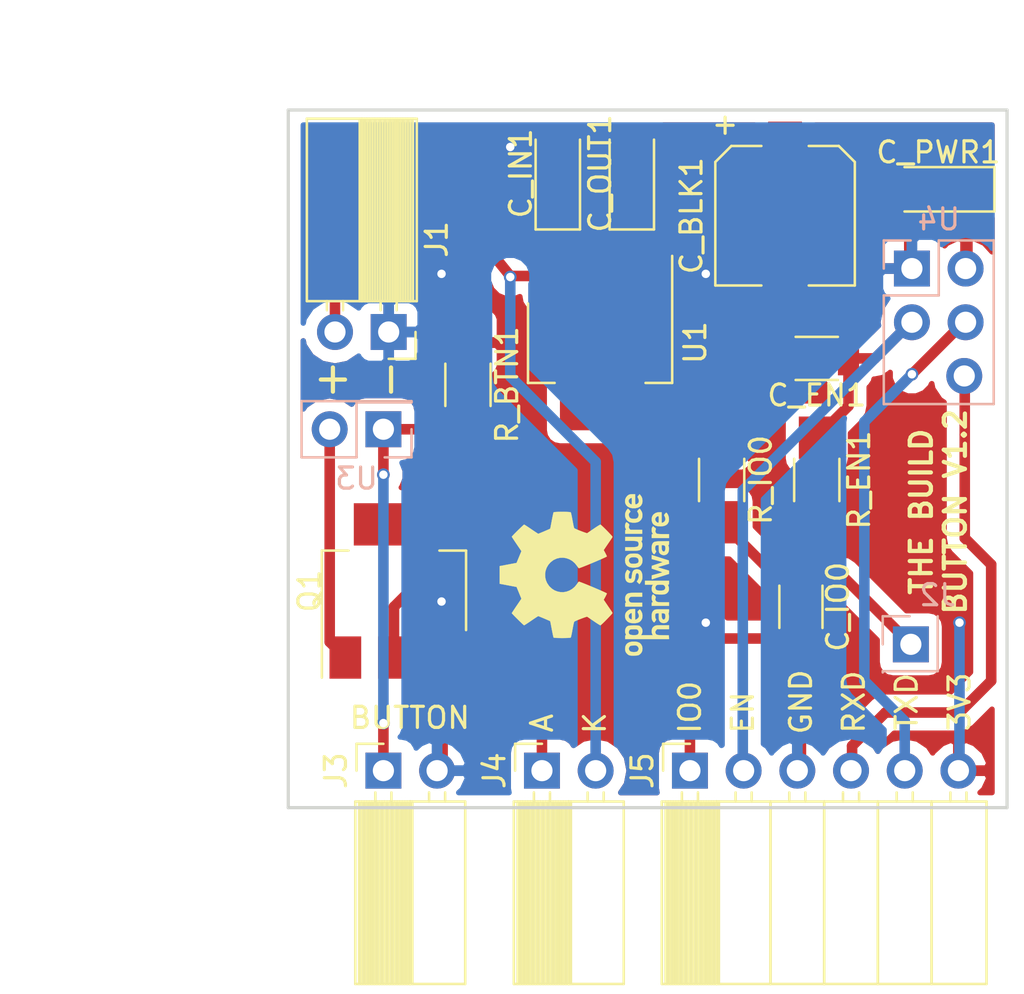
<source format=kicad_pcb>
(kicad_pcb (version 4) (host pcbnew 4.0.7)

  (general
    (links 34)
    (no_connects 0)
    (area 53.864287 63.3 102.445 110.425001)
    (thickness 1.6)
    (drawings 28)
    (tracks 124)
    (zones 0)
    (modules 19)
    (nets 11)
  )

  (page A4)
  (layers
    (0 F.Cu signal)
    (31 B.Cu signal)
    (32 B.Adhes user)
    (33 F.Adhes user)
    (34 B.Paste user)
    (35 F.Paste user)
    (36 B.SilkS user)
    (37 F.SilkS user)
    (38 B.Mask user)
    (39 F.Mask user)
    (40 Dwgs.User user)
    (41 Cmts.User user)
    (42 Eco1.User user)
    (43 Eco2.User user)
    (44 Edge.Cuts user)
    (45 Margin user)
    (46 B.CrtYd user)
    (47 F.CrtYd user)
    (48 B.Fab user)
    (49 F.Fab user)
  )

  (setup
    (last_trace_width 0.5)
    (trace_clearance 0.6)
    (zone_clearance 0.508)
    (zone_45_only no)
    (trace_min 0.5)
    (segment_width 0.2)
    (edge_width 0.15)
    (via_size 0.6)
    (via_drill 0.4)
    (via_min_size 0.4)
    (via_min_drill 0.3)
    (uvia_size 0.3)
    (uvia_drill 0.1)
    (uvias_allowed no)
    (uvia_min_size 0.2)
    (uvia_min_drill 0.1)
    (pcb_text_width 0.3)
    (pcb_text_size 1.5 1.5)
    (mod_edge_width 0.15)
    (mod_text_size 1 1)
    (mod_text_width 0.15)
    (pad_size 1.7 1.7)
    (pad_drill 1)
    (pad_to_mask_clearance 0.2)
    (solder_mask_min_width 0.4)
    (aux_axis_origin 0 0)
    (visible_elements FFFFFF7F)
    (pcbplotparams
      (layerselection 0x010f0_80000001)
      (usegerberextensions true)
      (excludeedgelayer true)
      (linewidth 0.100000)
      (plotframeref false)
      (viasonmask false)
      (mode 1)
      (useauxorigin false)
      (hpglpennumber 1)
      (hpglpenspeed 20)
      (hpglpendiameter 15)
      (hpglpenoverlay 2)
      (psnegative false)
      (psa4output false)
      (plotreference true)
      (plotvalue true)
      (plotinvisibletext false)
      (padsonsilk false)
      (subtractmaskfromsilk false)
      (outputformat 1)
      (mirror false)
      (drillshape 0)
      (scaleselection 1)
      (outputdirectory gerber/))
  )

  (net 0 "")
  (net 1 "Net-(J3-Pad1)")
  (net 2 "Net-(Q1-Pad1)")
  (net 3 3V3)
  (net 4 GND)
  (net 5 EN)
  (net 6 VCC)
  (net 7 "Net-(J4-Pad2)")
  (net 8 "Net-(J5-Pad2)")
  (net 9 "Net-(J5-Pad3)")
  (net 10 IO0)

  (net_class Default "This is the default net class."
    (clearance 0.6)
    (trace_width 0.5)
    (via_dia 0.6)
    (via_drill 0.4)
    (uvia_dia 0.3)
    (uvia_drill 0.1)
    (add_net 3V3)
    (add_net EN)
    (add_net GND)
    (add_net IO0)
    (add_net "Net-(J3-Pad1)")
    (add_net "Net-(J4-Pad2)")
    (add_net "Net-(J5-Pad2)")
    (add_net "Net-(J5-Pad3)")
    (add_net "Net-(Q1-Pad1)")
    (add_net VCC)
  )

  (module Capacitors_SMD:CP_Elec_6.3x7.7 (layer F.Cu) (tedit 58AA8B76) (tstamp 5A4DB74C)
    (at 90.5 73 270)
    (descr "SMT capacitor, aluminium electrolytic, 6.3x7.7")
    (path /5A4DAAF7)
    (attr smd)
    (fp_text reference C_BLK1 (at 0 4.43 270) (layer F.SilkS)
      (effects (font (size 1 1) (thickness 0.15)))
    )
    (fp_text value 100uF (at 0 -4.43 270) (layer F.Fab)
      (effects (font (size 1 1) (thickness 0.15)))
    )
    (fp_circle (center 0 0) (end 0.5 3) (layer F.Fab) (width 0.1))
    (fp_text user + (at -1.73 -0.08 270) (layer F.Fab)
      (effects (font (size 1 1) (thickness 0.15)))
    )
    (fp_text user + (at -4.28 2.91 270) (layer F.SilkS)
      (effects (font (size 1 1) (thickness 0.15)))
    )
    (fp_text user %R (at 0 4.43 270) (layer F.Fab)
      (effects (font (size 1 1) (thickness 0.15)))
    )
    (fp_line (start 3.15 3.15) (end 3.15 -3.15) (layer F.Fab) (width 0.1))
    (fp_line (start -2.48 3.15) (end 3.15 3.15) (layer F.Fab) (width 0.1))
    (fp_line (start -3.15 2.48) (end -2.48 3.15) (layer F.Fab) (width 0.1))
    (fp_line (start -3.15 -2.48) (end -3.15 2.48) (layer F.Fab) (width 0.1))
    (fp_line (start -2.48 -3.15) (end -3.15 -2.48) (layer F.Fab) (width 0.1))
    (fp_line (start 3.15 -3.15) (end -2.48 -3.15) (layer F.Fab) (width 0.1))
    (fp_line (start -3.3 2.54) (end -3.3 1.12) (layer F.SilkS) (width 0.12))
    (fp_line (start 3.3 3.3) (end 3.3 1.12) (layer F.SilkS) (width 0.12))
    (fp_line (start 3.3 -3.3) (end 3.3 -1.12) (layer F.SilkS) (width 0.12))
    (fp_line (start -3.3 -2.54) (end -3.3 -1.12) (layer F.SilkS) (width 0.12))
    (fp_line (start 3.3 3.3) (end -2.54 3.3) (layer F.SilkS) (width 0.12))
    (fp_line (start -2.54 3.3) (end -3.3 2.54) (layer F.SilkS) (width 0.12))
    (fp_line (start -3.3 -2.54) (end -2.54 -3.3) (layer F.SilkS) (width 0.12))
    (fp_line (start -2.54 -3.3) (end 3.3 -3.3) (layer F.SilkS) (width 0.12))
    (fp_line (start -4.7 -3.4) (end 4.7 -3.4) (layer F.CrtYd) (width 0.05))
    (fp_line (start -4.7 -3.4) (end -4.7 3.4) (layer F.CrtYd) (width 0.05))
    (fp_line (start 4.7 3.4) (end 4.7 -3.4) (layer F.CrtYd) (width 0.05))
    (fp_line (start 4.7 3.4) (end -4.7 3.4) (layer F.CrtYd) (width 0.05))
    (pad 1 smd rect (at -2.7 0 90) (size 3.5 1.6) (layers F.Cu F.Paste F.Mask)
      (net 3 3V3))
    (pad 2 smd rect (at 2.7 0 90) (size 3.5 1.6) (layers F.Cu F.Paste F.Mask)
      (net 4 GND))
    (model Capacitors_SMD.3dshapes/CP_Elec_6.3x7.7.wrl
      (at (xyz 0 0 0))
      (scale (xyz 1 1 1))
      (rotate (xyz 0 0 180))
    )
  )

  (module buildbutton2:ESP_UART_Socket_Strip (layer B.Cu) (tedit 5A5F5CCF) (tstamp 5A4DE697)
    (at 96.5 75.5 180)
    (descr "Through hole straight socket strip, 2x03, 2.54mm pitch, double rows")
    (tags "Through hole socket strip THT 2x03 2.54mm double row")
    (path /5A4D5185)
    (fp_text reference U4 (at -1.27 2.33 180) (layer B.SilkS)
      (effects (font (size 1 1) (thickness 0.15)) (justify mirror))
    )
    (fp_text value ESP_UART (at -1.27 -7.41 180) (layer B.Fab)
      (effects (font (size 1 1) (thickness 0.15)) (justify mirror))
    )
    (fp_line (start -3.81 1.27) (end -3.81 -6.35) (layer B.Fab) (width 0.1))
    (fp_line (start -3.81 -6.35) (end 1.27 -6.35) (layer B.Fab) (width 0.1))
    (fp_line (start 1.27 -6.35) (end 1.27 1.27) (layer B.Fab) (width 0.1))
    (fp_line (start 1.27 1.27) (end -3.81 1.27) (layer B.Fab) (width 0.1))
    (fp_line (start 1.33 -1.27) (end 1.33 -6.41) (layer B.SilkS) (width 0.12))
    (fp_line (start 1.33 -6.41) (end -3.87 -6.41) (layer B.SilkS) (width 0.12))
    (fp_line (start -3.87 -6.41) (end -3.87 1.33) (layer B.SilkS) (width 0.12))
    (fp_line (start -3.87 1.33) (end -1.27 1.33) (layer B.SilkS) (width 0.12))
    (fp_line (start -1.27 1.33) (end -1.27 -1.27) (layer B.SilkS) (width 0.12))
    (fp_line (start -1.27 -1.27) (end 1.33 -1.27) (layer B.SilkS) (width 0.12))
    (fp_line (start 1.33 0) (end 1.33 1.33) (layer B.SilkS) (width 0.12))
    (fp_line (start 1.33 1.33) (end 0.06 1.33) (layer B.SilkS) (width 0.12))
    (fp_line (start -4.35 1.8) (end -4.35 -6.85) (layer B.CrtYd) (width 0.05))
    (fp_line (start -4.35 -6.85) (end 1.8 -6.85) (layer B.CrtYd) (width 0.05))
    (fp_line (start 1.8 -6.85) (end 1.8 1.8) (layer B.CrtYd) (width 0.05))
    (fp_line (start 1.8 1.8) (end -4.35 1.8) (layer B.CrtYd) (width 0.05))
    (fp_text user %R (at -1.27 2.33 180) (layer B.Fab)
      (effects (font (size 1 1) (thickness 0.15)) (justify mirror))
    )
    (pad 2 thru_hole rect (at 0 0 180) (size 1.7 1.7) (drill 1) (layers *.Cu *.Mask)
      (net 4 GND))
    (pad 1 thru_hole oval (at -2.54 0 180) (size 1.7 1.7) (drill 1) (layers *.Cu *.Mask)
      (net 3 3V3))
    (pad 3 thru_hole oval (at 0 -2.54 180) (size 1.7 1.7) (drill 1) (layers *.Cu *.Mask)
      (net 5 EN))
    (pad 4 thru_hole oval (at -2.54 -2.54 180) (size 1.7 1.7) (drill 1) (layers *.Cu *.Mask)
      (net 8 "Net-(J5-Pad2)"))
    (pad 5 thru_hole oval (at -2.4765 -5.08 180) (size 1.7 1.7) (drill 1) (layers *.Cu *.Mask)
      (net 9 "Net-(J5-Pad3)"))
    (model ${KISYS3DMOD}/Socket_Strips.3dshapes/Socket_Strip_Straight_2x03_Pitch2.54mm.wrl
      (at (xyz -0.05 -0.1 0))
      (scale (xyz 1 1 1))
      (rotate (xyz 0 0 270))
    )
  )

  (module Socket_Strips:Socket_Strip_Straight_2x01_Pitch2.54mm (layer B.Cu) (tedit 5A5F56F0) (tstamp 5A5C4498)
    (at 96.45 93.275 180)
    (descr "Through hole straight socket strip, 2x01, 2.54mm pitch, double rows")
    (tags "Through hole socket strip THT 2x01 2.54mm double row")
    (path /5A4D53B5)
    (fp_text reference J2 (at -1.27 2.33 180) (layer B.SilkS)
      (effects (font (size 1 1) (thickness 0.15)) (justify mirror))
    )
    (fp_text value IO0 (at -1.27 -2.33 180) (layer B.Fab)
      (effects (font (size 1 1) (thickness 0.15)) (justify mirror))
    )
    (fp_line (start 1.27 1.3335) (end -1.2065 1.3335) (layer B.Fab) (width 0.1))
    (fp_line (start -1.27 1.3335) (end -1.27 -1.2065) (layer B.Fab) (width 0.1))
    (fp_line (start 1.27 -1.27) (end 1.27 1.27) (layer B.Fab) (width 0.1))
    (fp_line (start 1.33 -1.27) (end 1.33 -1.33) (layer B.SilkS) (width 0.12))
    (fp_line (start -1.27 1.33) (end -1.27 -1.27) (layer B.SilkS) (width 0.12))
    (fp_line (start -1.27 -1.27) (end 1.33 -1.27) (layer B.SilkS) (width 0.12))
    (fp_line (start 1.33 0) (end 1.33 1.33) (layer B.SilkS) (width 0.12))
    (fp_line (start 1.33 1.33) (end 0.06 1.33) (layer B.SilkS) (width 0.12))
    (fp_line (start -4.35 1.8) (end -4.35 -1.8) (layer B.CrtYd) (width 0.05))
    (fp_line (start -4.35 -1.8) (end 1.8 -1.8) (layer B.CrtYd) (width 0.05))
    (fp_line (start 1.8 -1.8) (end 1.8 1.8) (layer B.CrtYd) (width 0.05))
    (fp_line (start 1.8 1.8) (end -4.35 1.8) (layer B.CrtYd) (width 0.05))
    (fp_text user %R (at -1.27 2.33 180) (layer B.Fab)
      (effects (font (size 1 1) (thickness 0.15)) (justify mirror))
    )
    (pad 1 thru_hole rect (at 0 0 180) (size 1.7 1.7) (drill 1) (layers *.Cu *.Mask)
      (net 10 IO0))
    (model ${KISYS3DMOD}/Socket_Strips.3dshapes/Socket_Strip_Straight_2x01_Pitch2.54mm.wrl
      (at (xyz -0.05 0 0))
      (scale (xyz 1 1 1))
      (rotate (xyz 0 0 270))
    )
  )

  (module Socket_Strips:Socket_Strip_Angled_1x02_Pitch2.54mm (layer F.Cu) (tedit 5A5E8A26) (tstamp 5A4DB7C4)
    (at 71.75 78.5 270)
    (descr "Through hole angled socket strip, 1x02, 2.54mm pitch, 8.51mm socket length, single row")
    (tags "Through hole angled socket strip THT 1x02 2.54mm single row")
    (path /5A4D4D6C)
    (fp_text reference J1 (at -4.38 -2.27 270) (layer F.SilkS)
      (effects (font (size 1 1) (thickness 0.15)))
    )
    (fp_text value BATTERY (at -4.38 4.81 270) (layer F.Fab)
      (effects (font (size 1 1) (thickness 0.15)))
    )
    (fp_line (start -1.52 -1.27) (end -1.52 1.27) (layer F.Fab) (width 0.1))
    (fp_line (start -1.52 1.27) (end -10.03 1.27) (layer F.Fab) (width 0.1))
    (fp_line (start -10.03 1.27) (end -10.03 -1.27) (layer F.Fab) (width 0.1))
    (fp_line (start -10.03 -1.27) (end -1.52 -1.27) (layer F.Fab) (width 0.1))
    (fp_line (start 0 -0.32) (end 0 0.32) (layer F.Fab) (width 0.1))
    (fp_line (start 0 0.32) (end -1.52 0.32) (layer F.Fab) (width 0.1))
    (fp_line (start -1.52 0.32) (end -1.52 -0.32) (layer F.Fab) (width 0.1))
    (fp_line (start -1.52 -0.32) (end 0 -0.32) (layer F.Fab) (width 0.1))
    (fp_line (start -1.52 1.27) (end -1.52 3.81) (layer F.Fab) (width 0.1))
    (fp_line (start -1.52 3.81) (end -10.03 3.81) (layer F.Fab) (width 0.1))
    (fp_line (start -10.03 3.81) (end -10.03 1.27) (layer F.Fab) (width 0.1))
    (fp_line (start -10.03 1.27) (end -1.52 1.27) (layer F.Fab) (width 0.1))
    (fp_line (start 0 2.22) (end 0 2.86) (layer F.Fab) (width 0.1))
    (fp_line (start 0 2.86) (end -1.52 2.86) (layer F.Fab) (width 0.1))
    (fp_line (start -1.52 2.86) (end -1.52 2.22) (layer F.Fab) (width 0.1))
    (fp_line (start -1.52 2.22) (end 0 2.22) (layer F.Fab) (width 0.1))
    (fp_line (start -1.46 -1.33) (end -1.46 1.27) (layer F.SilkS) (width 0.12))
    (fp_line (start -1.46 1.27) (end -10.09 1.27) (layer F.SilkS) (width 0.12))
    (fp_line (start -10.09 1.27) (end -10.09 -1.33) (layer F.SilkS) (width 0.12))
    (fp_line (start -10.09 -1.33) (end -1.46 -1.33) (layer F.SilkS) (width 0.12))
    (fp_line (start -1.03 -0.38) (end -1.46 -0.38) (layer F.SilkS) (width 0.12))
    (fp_line (start -1.03 0.38) (end -1.46 0.38) (layer F.SilkS) (width 0.12))
    (fp_line (start -1.46 -1.15) (end -10.09 -1.15) (layer F.SilkS) (width 0.12))
    (fp_line (start -1.46 -1.03) (end -10.09 -1.03) (layer F.SilkS) (width 0.12))
    (fp_line (start -1.46 -0.91) (end -10.09 -0.91) (layer F.SilkS) (width 0.12))
    (fp_line (start -1.46 -0.79) (end -10.09 -0.79) (layer F.SilkS) (width 0.12))
    (fp_line (start -1.46 -0.67) (end -10.09 -0.67) (layer F.SilkS) (width 0.12))
    (fp_line (start -1.46 -0.55) (end -10.09 -0.55) (layer F.SilkS) (width 0.12))
    (fp_line (start -1.46 -0.43) (end -10.09 -0.43) (layer F.SilkS) (width 0.12))
    (fp_line (start -1.46 -0.31) (end -10.09 -0.31) (layer F.SilkS) (width 0.12))
    (fp_line (start -1.46 -0.19) (end -10.09 -0.19) (layer F.SilkS) (width 0.12))
    (fp_line (start -1.46 -0.07) (end -10.09 -0.07) (layer F.SilkS) (width 0.12))
    (fp_line (start -1.46 0.05) (end -10.09 0.05) (layer F.SilkS) (width 0.12))
    (fp_line (start -1.46 0.17) (end -10.09 0.17) (layer F.SilkS) (width 0.12))
    (fp_line (start -1.46 0.29) (end -10.09 0.29) (layer F.SilkS) (width 0.12))
    (fp_line (start -1.46 0.41) (end -10.09 0.41) (layer F.SilkS) (width 0.12))
    (fp_line (start -1.46 0.53) (end -10.09 0.53) (layer F.SilkS) (width 0.12))
    (fp_line (start -1.46 0.65) (end -10.09 0.65) (layer F.SilkS) (width 0.12))
    (fp_line (start -1.46 0.77) (end -10.09 0.77) (layer F.SilkS) (width 0.12))
    (fp_line (start -1.46 0.89) (end -10.09 0.89) (layer F.SilkS) (width 0.12))
    (fp_line (start -1.46 1.01) (end -10.09 1.01) (layer F.SilkS) (width 0.12))
    (fp_line (start -1.46 1.13) (end -10.09 1.13) (layer F.SilkS) (width 0.12))
    (fp_line (start -1.46 1.25) (end -10.09 1.25) (layer F.SilkS) (width 0.12))
    (fp_line (start -1.46 1.37) (end -10.09 1.37) (layer F.SilkS) (width 0.12))
    (fp_line (start -1.46 1.27) (end -1.46 3.87) (layer F.SilkS) (width 0.12))
    (fp_line (start -1.46 3.87) (end -10.09 3.87) (layer F.SilkS) (width 0.12))
    (fp_line (start -10.09 3.87) (end -10.09 1.27) (layer F.SilkS) (width 0.12))
    (fp_line (start -10.09 1.27) (end -1.46 1.27) (layer F.SilkS) (width 0.12))
    (fp_line (start -1.03 2.16) (end -1.46 2.16) (layer F.SilkS) (width 0.12))
    (fp_line (start -1.03 2.92) (end -1.46 2.92) (layer F.SilkS) (width 0.12))
    (fp_line (start 0 -1.27) (end 1.27 -1.27) (layer F.SilkS) (width 0.12))
    (fp_line (start 1.27 -1.27) (end 1.27 0) (layer F.SilkS) (width 0.12))
    (fp_line (start 1.8 -1.8) (end 1.8 4.35) (layer F.CrtYd) (width 0.05))
    (fp_line (start 1.8 4.35) (end -10.55 4.35) (layer F.CrtYd) (width 0.05))
    (fp_line (start -10.55 4.35) (end -10.55 -1.8) (layer F.CrtYd) (width 0.05))
    (fp_line (start -10.55 -1.8) (end 1.8 -1.8) (layer F.CrtYd) (width 0.05))
    (fp_text user %R (at -4.38 -2.27 270) (layer F.Fab)
      (effects (font (size 1 1) (thickness 0.15)))
    )
    (pad 2 thru_hole rect (at 0 0 270) (size 1.7 1.7) (drill 1) (layers *.Cu *.Mask)
      (net 4 GND))
    (pad 1 thru_hole oval (at 0 2.54 270) (size 1.7 1.7) (drill 1) (layers *.Cu *.Mask)
      (net 6 VCC))
    (model ${KISYS3DMOD}/Socket_Strips.3dshapes/Socket_Strip_Angled_1x02_Pitch2.54mm.wrl
      (at (xyz 0 -0.05 0))
      (scale (xyz 1 1 1))
      (rotate (xyz 0 0 270))
    )
  )

  (module Socket_Strips:Socket_Strip_Angled_1x02_Pitch2.54mm (layer F.Cu) (tedit 5A5F603D) (tstamp 5A4DB81A)
    (at 71.5 99.25 90)
    (descr "Through hole angled socket strip, 1x02, 2.54mm pitch, 8.51mm socket length, single row")
    (tags "Through hole angled socket strip THT 1x02 2.54mm single row")
    (path /5A4D5EFC)
    (fp_text reference J3 (at 0 -2.25 90) (layer F.SilkS)
      (effects (font (size 1 1) (thickness 0.15)))
    )
    (fp_text value BUTTON (at -4.38 4.81 90) (layer F.Fab)
      (effects (font (size 1 1) (thickness 0.15)))
    )
    (fp_line (start -1.52 -1.27) (end -1.52 1.27) (layer F.Fab) (width 0.1))
    (fp_line (start -1.52 1.27) (end -10.03 1.27) (layer F.Fab) (width 0.1))
    (fp_line (start -10.03 1.27) (end -10.03 -1.27) (layer F.Fab) (width 0.1))
    (fp_line (start -10.03 -1.27) (end -1.52 -1.27) (layer F.Fab) (width 0.1))
    (fp_line (start 0 -0.32) (end 0 0.32) (layer F.Fab) (width 0.1))
    (fp_line (start 0 0.32) (end -1.52 0.32) (layer F.Fab) (width 0.1))
    (fp_line (start -1.52 0.32) (end -1.52 -0.32) (layer F.Fab) (width 0.1))
    (fp_line (start -1.52 -0.32) (end 0 -0.32) (layer F.Fab) (width 0.1))
    (fp_line (start -1.52 1.27) (end -1.52 3.81) (layer F.Fab) (width 0.1))
    (fp_line (start -1.52 3.81) (end -10.03 3.81) (layer F.Fab) (width 0.1))
    (fp_line (start -10.03 3.81) (end -10.03 1.27) (layer F.Fab) (width 0.1))
    (fp_line (start -10.03 1.27) (end -1.52 1.27) (layer F.Fab) (width 0.1))
    (fp_line (start 0 2.22) (end 0 2.86) (layer F.Fab) (width 0.1))
    (fp_line (start 0 2.86) (end -1.52 2.86) (layer F.Fab) (width 0.1))
    (fp_line (start -1.52 2.86) (end -1.52 2.22) (layer F.Fab) (width 0.1))
    (fp_line (start -1.52 2.22) (end 0 2.22) (layer F.Fab) (width 0.1))
    (fp_line (start -1.46 -1.33) (end -1.46 1.27) (layer F.SilkS) (width 0.12))
    (fp_line (start -1.46 1.27) (end -10.09 1.27) (layer F.SilkS) (width 0.12))
    (fp_line (start -10.09 1.27) (end -10.09 -1.33) (layer F.SilkS) (width 0.12))
    (fp_line (start -10.09 -1.33) (end -1.46 -1.33) (layer F.SilkS) (width 0.12))
    (fp_line (start -1.03 -0.38) (end -1.46 -0.38) (layer F.SilkS) (width 0.12))
    (fp_line (start -1.03 0.38) (end -1.46 0.38) (layer F.SilkS) (width 0.12))
    (fp_line (start -1.46 -1.15) (end -10.09 -1.15) (layer F.SilkS) (width 0.12))
    (fp_line (start -1.46 -1.03) (end -10.09 -1.03) (layer F.SilkS) (width 0.12))
    (fp_line (start -1.46 -0.91) (end -10.09 -0.91) (layer F.SilkS) (width 0.12))
    (fp_line (start -1.46 -0.79) (end -10.09 -0.79) (layer F.SilkS) (width 0.12))
    (fp_line (start -1.46 -0.67) (end -10.09 -0.67) (layer F.SilkS) (width 0.12))
    (fp_line (start -1.46 -0.55) (end -10.09 -0.55) (layer F.SilkS) (width 0.12))
    (fp_line (start -1.46 -0.43) (end -10.09 -0.43) (layer F.SilkS) (width 0.12))
    (fp_line (start -1.46 -0.31) (end -10.09 -0.31) (layer F.SilkS) (width 0.12))
    (fp_line (start -1.46 -0.19) (end -10.09 -0.19) (layer F.SilkS) (width 0.12))
    (fp_line (start -1.46 -0.07) (end -10.09 -0.07) (layer F.SilkS) (width 0.12))
    (fp_line (start -1.46 0.05) (end -10.09 0.05) (layer F.SilkS) (width 0.12))
    (fp_line (start -1.46 0.17) (end -10.09 0.17) (layer F.SilkS) (width 0.12))
    (fp_line (start -1.46 0.29) (end -10.09 0.29) (layer F.SilkS) (width 0.12))
    (fp_line (start -1.46 0.41) (end -10.09 0.41) (layer F.SilkS) (width 0.12))
    (fp_line (start -1.46 0.53) (end -10.09 0.53) (layer F.SilkS) (width 0.12))
    (fp_line (start -1.46 0.65) (end -10.09 0.65) (layer F.SilkS) (width 0.12))
    (fp_line (start -1.46 0.77) (end -10.09 0.77) (layer F.SilkS) (width 0.12))
    (fp_line (start -1.46 0.89) (end -10.09 0.89) (layer F.SilkS) (width 0.12))
    (fp_line (start -1.46 1.01) (end -10.09 1.01) (layer F.SilkS) (width 0.12))
    (fp_line (start -1.46 1.13) (end -10.09 1.13) (layer F.SilkS) (width 0.12))
    (fp_line (start -1.46 1.25) (end -10.09 1.25) (layer F.SilkS) (width 0.12))
    (fp_line (start -1.46 1.37) (end -10.09 1.37) (layer F.SilkS) (width 0.12))
    (fp_line (start -1.46 1.27) (end -1.46 3.87) (layer F.SilkS) (width 0.12))
    (fp_line (start -1.46 3.87) (end -10.09 3.87) (layer F.SilkS) (width 0.12))
    (fp_line (start -10.09 3.87) (end -10.09 1.27) (layer F.SilkS) (width 0.12))
    (fp_line (start -10.09 1.27) (end -1.46 1.27) (layer F.SilkS) (width 0.12))
    (fp_line (start -1.03 2.16) (end -1.46 2.16) (layer F.SilkS) (width 0.12))
    (fp_line (start -1.03 2.92) (end -1.46 2.92) (layer F.SilkS) (width 0.12))
    (fp_line (start 0 -1.27) (end 1.27 -1.27) (layer F.SilkS) (width 0.12))
    (fp_line (start 1.27 -1.27) (end 1.27 0) (layer F.SilkS) (width 0.12))
    (fp_line (start 1.8 -1.8) (end 1.8 4.35) (layer F.CrtYd) (width 0.05))
    (fp_line (start 1.8 4.35) (end -10.55 4.35) (layer F.CrtYd) (width 0.05))
    (fp_line (start -10.55 4.35) (end -10.55 -1.8) (layer F.CrtYd) (width 0.05))
    (fp_line (start -10.55 -1.8) (end 1.8 -1.8) (layer F.CrtYd) (width 0.05))
    (fp_text user %R (at -4.38 -2.27 90) (layer F.Fab)
      (effects (font (size 1 1) (thickness 0.15)))
    )
    (pad 1 thru_hole rect (at 0 0 90) (size 1.7 1.7) (drill 1) (layers *.Cu *.Mask)
      (net 1 "Net-(J3-Pad1)"))
    (pad 2 thru_hole oval (at 0 2.54 90) (size 1.7 1.7) (drill 1) (layers *.Cu *.Mask)
      (net 4 GND))
    (model ${KISYS3DMOD}/Socket_Strips.3dshapes/Socket_Strip_Angled_1x02_Pitch2.54mm.wrl
      (at (xyz 0 -0.05 0))
      (scale (xyz 1 1 1))
      (rotate (xyz 0 0 270))
    )
  )

  (module Resistors_SMD:R_1206_HandSoldering (layer F.Cu) (tedit 58E0A804) (tstamp 5A4DB8BD)
    (at 75.5 81 270)
    (descr "Resistor SMD 1206, hand soldering")
    (tags "resistor 1206")
    (path /5A4DB007)
    (attr smd)
    (fp_text reference R_BTN1 (at 0 -1.85 270) (layer F.SilkS)
      (effects (font (size 1 1) (thickness 0.15)))
    )
    (fp_text value 10k (at 0 1.9 270) (layer F.Fab)
      (effects (font (size 1 1) (thickness 0.15)))
    )
    (fp_text user %R (at 0 0 270) (layer F.Fab)
      (effects (font (size 0.7 0.7) (thickness 0.105)))
    )
    (fp_line (start -1.6 0.8) (end -1.6 -0.8) (layer F.Fab) (width 0.1))
    (fp_line (start 1.6 0.8) (end -1.6 0.8) (layer F.Fab) (width 0.1))
    (fp_line (start 1.6 -0.8) (end 1.6 0.8) (layer F.Fab) (width 0.1))
    (fp_line (start -1.6 -0.8) (end 1.6 -0.8) (layer F.Fab) (width 0.1))
    (fp_line (start 1 1.07) (end -1 1.07) (layer F.SilkS) (width 0.12))
    (fp_line (start -1 -1.07) (end 1 -1.07) (layer F.SilkS) (width 0.12))
    (fp_line (start -3.25 -1.11) (end 3.25 -1.11) (layer F.CrtYd) (width 0.05))
    (fp_line (start -3.25 -1.11) (end -3.25 1.1) (layer F.CrtYd) (width 0.05))
    (fp_line (start 3.25 1.1) (end 3.25 -1.11) (layer F.CrtYd) (width 0.05))
    (fp_line (start 3.25 1.1) (end -3.25 1.1) (layer F.CrtYd) (width 0.05))
    (pad 1 smd rect (at -2 0 270) (size 2 1.7) (layers F.Cu F.Paste F.Mask)
      (net 3 3V3))
    (pad 2 smd rect (at 2 0 270) (size 2 1.7) (layers F.Cu F.Paste F.Mask)
      (net 1 "Net-(J3-Pad1)"))
    (model ${KISYS3DMOD}/Resistors_SMD.3dshapes/R_1206.wrl
      (at (xyz 0 0 0))
      (scale (xyz 1 1 1))
      (rotate (xyz 0 0 0))
    )
  )

  (module Resistors_SMD:R_1206_HandSoldering (layer F.Cu) (tedit 5A5F60B4) (tstamp 5A4DB8CE)
    (at 92 85.5 90)
    (descr "Resistor SMD 1206, hand soldering")
    (tags "resistor 1206")
    (path /5A4DA39E)
    (attr smd)
    (fp_text reference R_EN1 (at 0 2 90) (layer F.SilkS)
      (effects (font (size 1 1) (thickness 0.15)))
    )
    (fp_text value 10k (at 0 1.9 90) (layer F.Fab)
      (effects (font (size 1 1) (thickness 0.15)))
    )
    (fp_text user %R (at 0 0 90) (layer F.Fab)
      (effects (font (size 0.7 0.7) (thickness 0.105)))
    )
    (fp_line (start -1.6 0.8) (end -1.6 -0.8) (layer F.Fab) (width 0.1))
    (fp_line (start 1.6 0.8) (end -1.6 0.8) (layer F.Fab) (width 0.1))
    (fp_line (start 1.6 -0.8) (end 1.6 0.8) (layer F.Fab) (width 0.1))
    (fp_line (start -1.6 -0.8) (end 1.6 -0.8) (layer F.Fab) (width 0.1))
    (fp_line (start 1 1.07) (end -1 1.07) (layer F.SilkS) (width 0.12))
    (fp_line (start -1 -1.07) (end 1 -1.07) (layer F.SilkS) (width 0.12))
    (fp_line (start -3.25 -1.11) (end 3.25 -1.11) (layer F.CrtYd) (width 0.05))
    (fp_line (start -3.25 -1.11) (end -3.25 1.1) (layer F.CrtYd) (width 0.05))
    (fp_line (start 3.25 1.1) (end 3.25 -1.11) (layer F.CrtYd) (width 0.05))
    (fp_line (start 3.25 1.1) (end -3.25 1.1) (layer F.CrtYd) (width 0.05))
    (pad 1 smd rect (at -2 0 90) (size 2 1.7) (layers F.Cu F.Paste F.Mask)
      (net 3 3V3))
    (pad 2 smd rect (at 2 0 90) (size 2 1.7) (layers F.Cu F.Paste F.Mask)
      (net 5 EN))
    (model ${KISYS3DMOD}/Resistors_SMD.3dshapes/R_1206.wrl
      (at (xyz 0 0 0))
      (scale (xyz 1 1 1))
      (rotate (xyz 0 0 0))
    )
  )

  (module Resistors_SMD:R_1206_HandSoldering (layer F.Cu) (tedit 58E0A804) (tstamp 5A4DB8DF)
    (at 87.5 85.5 270)
    (descr "Resistor SMD 1206, hand soldering")
    (tags "resistor 1206")
    (path /5A4D7367)
    (attr smd)
    (fp_text reference R_IO0 (at 0 -1.85 270) (layer F.SilkS)
      (effects (font (size 1 1) (thickness 0.15)))
    )
    (fp_text value 4.7k (at 0 1.9 270) (layer F.Fab)
      (effects (font (size 1 1) (thickness 0.15)))
    )
    (fp_text user %R (at 0 0 270) (layer F.Fab)
      (effects (font (size 0.7 0.7) (thickness 0.105)))
    )
    (fp_line (start -1.6 0.8) (end -1.6 -0.8) (layer F.Fab) (width 0.1))
    (fp_line (start 1.6 0.8) (end -1.6 0.8) (layer F.Fab) (width 0.1))
    (fp_line (start 1.6 -0.8) (end 1.6 0.8) (layer F.Fab) (width 0.1))
    (fp_line (start -1.6 -0.8) (end 1.6 -0.8) (layer F.Fab) (width 0.1))
    (fp_line (start 1 1.07) (end -1 1.07) (layer F.SilkS) (width 0.12))
    (fp_line (start -1 -1.07) (end 1 -1.07) (layer F.SilkS) (width 0.12))
    (fp_line (start -3.25 -1.11) (end 3.25 -1.11) (layer F.CrtYd) (width 0.05))
    (fp_line (start -3.25 -1.11) (end -3.25 1.1) (layer F.CrtYd) (width 0.05))
    (fp_line (start 3.25 1.1) (end 3.25 -1.11) (layer F.CrtYd) (width 0.05))
    (fp_line (start 3.25 1.1) (end -3.25 1.1) (layer F.CrtYd) (width 0.05))
    (pad 1 smd rect (at -2 0 270) (size 2 1.7) (layers F.Cu F.Paste F.Mask)
      (net 3 3V3))
    (pad 2 smd rect (at 2 0 270) (size 2 1.7) (layers F.Cu F.Paste F.Mask)
      (net 10 IO0))
    (model ${KISYS3DMOD}/Resistors_SMD.3dshapes/R_1206.wrl
      (at (xyz 0 0 0))
      (scale (xyz 1 1 1))
      (rotate (xyz 0 0 0))
    )
  )

  (module Socket_Strips:Socket_Strip_Straight_2x01_Pitch2.54mm (layer B.Cu) (tedit 58CD5448) (tstamp 5A4DE681)
    (at 71.5 83.1)
    (descr "Through hole straight socket strip, 2x01, 2.54mm pitch, double rows")
    (tags "Through hole socket strip THT 2x01 2.54mm double row")
    (path /5A4D551C)
    (fp_text reference U3 (at -1.27 2.33) (layer B.SilkS)
      (effects (font (size 1 1) (thickness 0.15)) (justify mirror))
    )
    (fp_text value ESP32_DATA (at -1.27 -2.33) (layer B.Fab)
      (effects (font (size 1 1) (thickness 0.15)) (justify mirror))
    )
    (fp_line (start -3.81 1.27) (end -3.81 -1.27) (layer B.Fab) (width 0.1))
    (fp_line (start -3.81 -1.27) (end 1.27 -1.27) (layer B.Fab) (width 0.1))
    (fp_line (start 1.27 -1.27) (end 1.27 1.27) (layer B.Fab) (width 0.1))
    (fp_line (start 1.27 1.27) (end -3.81 1.27) (layer B.Fab) (width 0.1))
    (fp_line (start 1.33 -1.27) (end 1.33 -1.33) (layer B.SilkS) (width 0.12))
    (fp_line (start 1.33 -1.33) (end -3.87 -1.33) (layer B.SilkS) (width 0.12))
    (fp_line (start -3.87 -1.33) (end -3.87 1.33) (layer B.SilkS) (width 0.12))
    (fp_line (start -3.87 1.33) (end -1.27 1.33) (layer B.SilkS) (width 0.12))
    (fp_line (start -1.27 1.33) (end -1.27 -1.27) (layer B.SilkS) (width 0.12))
    (fp_line (start -1.27 -1.27) (end 1.33 -1.27) (layer B.SilkS) (width 0.12))
    (fp_line (start 1.33 0) (end 1.33 1.33) (layer B.SilkS) (width 0.12))
    (fp_line (start 1.33 1.33) (end 0.06 1.33) (layer B.SilkS) (width 0.12))
    (fp_line (start -4.35 1.8) (end -4.35 -1.8) (layer B.CrtYd) (width 0.05))
    (fp_line (start -4.35 -1.8) (end 1.8 -1.8) (layer B.CrtYd) (width 0.05))
    (fp_line (start 1.8 -1.8) (end 1.8 1.8) (layer B.CrtYd) (width 0.05))
    (fp_line (start 1.8 1.8) (end -4.35 1.8) (layer B.CrtYd) (width 0.05))
    (fp_text user %R (at -1.27 2.33) (layer B.Fab)
      (effects (font (size 1 1) (thickness 0.15)) (justify mirror))
    )
    (pad 1 thru_hole rect (at 0 0) (size 1.7 1.7) (drill 1) (layers *.Cu *.Mask)
      (net 1 "Net-(J3-Pad1)"))
    (pad 2 thru_hole oval (at -2.54 0) (size 1.7 1.7) (drill 1) (layers *.Cu *.Mask)
      (net 2 "Net-(Q1-Pad1)"))
    (model ${KISYS3DMOD}/Socket_Strips.3dshapes/Socket_Strip_Straight_2x01_Pitch2.54mm.wrl
      (at (xyz -0.05 0 0))
      (scale (xyz 1 1 1))
      (rotate (xyz 0 0 270))
    )
  )

  (module Capacitors_Tantalum_SMD:CP_Tantalum_Case-A_EIA-3216-18_Reflow (layer F.Cu) (tedit 5A5F609B) (tstamp 5A5C4483)
    (at 79.75 71 90)
    (descr "Tantalum capacitor, Case A, EIA 3216-18, 3.2x1.6x1.6mm, Reflow soldering footprint")
    (tags "capacitor tantalum smd")
    (path /5A5C3B8B)
    (attr smd)
    (fp_text reference C_IN1 (at 0 -1.75 90) (layer F.SilkS)
      (effects (font (size 1 1) (thickness 0.15)))
    )
    (fp_text value 10uF (at 0 2.55 90) (layer F.Fab)
      (effects (font (size 1 1) (thickness 0.15)))
    )
    (fp_text user %R (at 0 0 90) (layer F.Fab)
      (effects (font (size 0.7 0.7) (thickness 0.105)))
    )
    (fp_line (start -2.75 -1.2) (end -2.75 1.2) (layer F.CrtYd) (width 0.05))
    (fp_line (start -2.75 1.2) (end 2.75 1.2) (layer F.CrtYd) (width 0.05))
    (fp_line (start 2.75 1.2) (end 2.75 -1.2) (layer F.CrtYd) (width 0.05))
    (fp_line (start 2.75 -1.2) (end -2.75 -1.2) (layer F.CrtYd) (width 0.05))
    (fp_line (start -1.6 -0.8) (end -1.6 0.8) (layer F.Fab) (width 0.1))
    (fp_line (start -1.6 0.8) (end 1.6 0.8) (layer F.Fab) (width 0.1))
    (fp_line (start 1.6 0.8) (end 1.6 -0.8) (layer F.Fab) (width 0.1))
    (fp_line (start 1.6 -0.8) (end -1.6 -0.8) (layer F.Fab) (width 0.1))
    (fp_line (start -1.28 -0.8) (end -1.28 0.8) (layer F.Fab) (width 0.1))
    (fp_line (start -1.12 -0.8) (end -1.12 0.8) (layer F.Fab) (width 0.1))
    (fp_line (start -2.65 -1.05) (end 1.6 -1.05) (layer F.SilkS) (width 0.12))
    (fp_line (start -2.65 1.05) (end 1.6 1.05) (layer F.SilkS) (width 0.12))
    (fp_line (start -2.65 -1.05) (end -2.65 1.05) (layer F.SilkS) (width 0.12))
    (pad 1 smd rect (at -1.375 0 90) (size 1.95 1.5) (layers F.Cu F.Paste F.Mask)
      (net 6 VCC))
    (pad 2 smd rect (at 1.375 0 90) (size 1.95 1.5) (layers F.Cu F.Paste F.Mask)
      (net 4 GND))
    (model Capacitors_Tantalum_SMD.3dshapes/CP_Tantalum_Case-A_EIA-3216-18.wrl
      (at (xyz 0 0 0))
      (scale (xyz 1 1 1))
      (rotate (xyz 0 0 0))
    )
  )

  (module Capacitors_Tantalum_SMD:CP_Tantalum_Case-A_EIA-3216-18_Reflow (layer F.Cu) (tedit 5A5F6098) (tstamp 5A5C4497)
    (at 83.25 71 90)
    (descr "Tantalum capacitor, Case A, EIA 3216-18, 3.2x1.6x1.6mm, Reflow soldering footprint")
    (tags "capacitor tantalum smd")
    (path /5A5C3C23)
    (attr smd)
    (fp_text reference C_OUT1 (at 0 -1.5 90) (layer F.SilkS)
      (effects (font (size 1 1) (thickness 0.15)))
    )
    (fp_text value 10uF (at 0 2.55 90) (layer F.Fab)
      (effects (font (size 1 1) (thickness 0.15)))
    )
    (fp_text user %R (at 0 0 90) (layer F.Fab)
      (effects (font (size 0.7 0.7) (thickness 0.105)))
    )
    (fp_line (start -2.75 -1.2) (end -2.75 1.2) (layer F.CrtYd) (width 0.05))
    (fp_line (start -2.75 1.2) (end 2.75 1.2) (layer F.CrtYd) (width 0.05))
    (fp_line (start 2.75 1.2) (end 2.75 -1.2) (layer F.CrtYd) (width 0.05))
    (fp_line (start 2.75 -1.2) (end -2.75 -1.2) (layer F.CrtYd) (width 0.05))
    (fp_line (start -1.6 -0.8) (end -1.6 0.8) (layer F.Fab) (width 0.1))
    (fp_line (start -1.6 0.8) (end 1.6 0.8) (layer F.Fab) (width 0.1))
    (fp_line (start 1.6 0.8) (end 1.6 -0.8) (layer F.Fab) (width 0.1))
    (fp_line (start 1.6 -0.8) (end -1.6 -0.8) (layer F.Fab) (width 0.1))
    (fp_line (start -1.28 -0.8) (end -1.28 0.8) (layer F.Fab) (width 0.1))
    (fp_line (start -1.12 -0.8) (end -1.12 0.8) (layer F.Fab) (width 0.1))
    (fp_line (start -2.65 -1.05) (end 1.6 -1.05) (layer F.SilkS) (width 0.12))
    (fp_line (start -2.65 1.05) (end 1.6 1.05) (layer F.SilkS) (width 0.12))
    (fp_line (start -2.65 -1.05) (end -2.65 1.05) (layer F.SilkS) (width 0.12))
    (pad 1 smd rect (at -1.375 0 90) (size 1.95 1.5) (layers F.Cu F.Paste F.Mask)
      (net 3 3V3))
    (pad 2 smd rect (at 1.375 0 90) (size 1.95 1.5) (layers F.Cu F.Paste F.Mask)
      (net 4 GND))
    (model Capacitors_Tantalum_SMD.3dshapes/CP_Tantalum_Case-A_EIA-3216-18.wrl
      (at (xyz 0 0 0))
      (scale (xyz 1 1 1))
      (rotate (xyz 0 0 0))
    )
  )

  (module Socket_Strips:Socket_Strip_Angled_1x06_Pitch2.54mm (layer F.Cu) (tedit 5A5F606C) (tstamp 5A5C44AE)
    (at 86 99.25 90)
    (descr "Through hole angled socket strip, 1x06, 2.54mm pitch, 8.51mm socket length, single row")
    (tags "Through hole angled socket strip THT 1x06 2.54mm single row")
    (path /5A5C567C)
    (fp_text reference J5 (at 0 -2.25 90) (layer F.SilkS)
      (effects (font (size 1 1) (thickness 0.15)))
    )
    (fp_text value PROG (at -4.38 14.97 90) (layer F.Fab)
      (effects (font (size 1 1) (thickness 0.15)))
    )
    (fp_line (start -1.52 -1.27) (end -1.52 1.27) (layer F.Fab) (width 0.1))
    (fp_line (start -1.52 1.27) (end -10.03 1.27) (layer F.Fab) (width 0.1))
    (fp_line (start -10.03 1.27) (end -10.03 -1.27) (layer F.Fab) (width 0.1))
    (fp_line (start -10.03 -1.27) (end -1.52 -1.27) (layer F.Fab) (width 0.1))
    (fp_line (start 0 -0.32) (end 0 0.32) (layer F.Fab) (width 0.1))
    (fp_line (start 0 0.32) (end -1.52 0.32) (layer F.Fab) (width 0.1))
    (fp_line (start -1.52 0.32) (end -1.52 -0.32) (layer F.Fab) (width 0.1))
    (fp_line (start -1.52 -0.32) (end 0 -0.32) (layer F.Fab) (width 0.1))
    (fp_line (start -1.52 1.27) (end -1.52 3.81) (layer F.Fab) (width 0.1))
    (fp_line (start -1.52 3.81) (end -10.03 3.81) (layer F.Fab) (width 0.1))
    (fp_line (start -10.03 3.81) (end -10.03 1.27) (layer F.Fab) (width 0.1))
    (fp_line (start -10.03 1.27) (end -1.52 1.27) (layer F.Fab) (width 0.1))
    (fp_line (start 0 2.22) (end 0 2.86) (layer F.Fab) (width 0.1))
    (fp_line (start 0 2.86) (end -1.52 2.86) (layer F.Fab) (width 0.1))
    (fp_line (start -1.52 2.86) (end -1.52 2.22) (layer F.Fab) (width 0.1))
    (fp_line (start -1.52 2.22) (end 0 2.22) (layer F.Fab) (width 0.1))
    (fp_line (start -1.52 3.81) (end -1.52 6.35) (layer F.Fab) (width 0.1))
    (fp_line (start -1.52 6.35) (end -10.03 6.35) (layer F.Fab) (width 0.1))
    (fp_line (start -10.03 6.35) (end -10.03 3.81) (layer F.Fab) (width 0.1))
    (fp_line (start -10.03 3.81) (end -1.52 3.81) (layer F.Fab) (width 0.1))
    (fp_line (start 0 4.76) (end 0 5.4) (layer F.Fab) (width 0.1))
    (fp_line (start 0 5.4) (end -1.52 5.4) (layer F.Fab) (width 0.1))
    (fp_line (start -1.52 5.4) (end -1.52 4.76) (layer F.Fab) (width 0.1))
    (fp_line (start -1.52 4.76) (end 0 4.76) (layer F.Fab) (width 0.1))
    (fp_line (start -1.52 6.35) (end -1.52 8.89) (layer F.Fab) (width 0.1))
    (fp_line (start -1.52 8.89) (end -10.03 8.89) (layer F.Fab) (width 0.1))
    (fp_line (start -10.03 8.89) (end -10.03 6.35) (layer F.Fab) (width 0.1))
    (fp_line (start -10.03 6.35) (end -1.52 6.35) (layer F.Fab) (width 0.1))
    (fp_line (start 0 7.3) (end 0 7.94) (layer F.Fab) (width 0.1))
    (fp_line (start 0 7.94) (end -1.52 7.94) (layer F.Fab) (width 0.1))
    (fp_line (start -1.52 7.94) (end -1.52 7.3) (layer F.Fab) (width 0.1))
    (fp_line (start -1.52 7.3) (end 0 7.3) (layer F.Fab) (width 0.1))
    (fp_line (start -1.52 8.89) (end -1.52 11.43) (layer F.Fab) (width 0.1))
    (fp_line (start -1.52 11.43) (end -10.03 11.43) (layer F.Fab) (width 0.1))
    (fp_line (start -10.03 11.43) (end -10.03 8.89) (layer F.Fab) (width 0.1))
    (fp_line (start -10.03 8.89) (end -1.52 8.89) (layer F.Fab) (width 0.1))
    (fp_line (start 0 9.84) (end 0 10.48) (layer F.Fab) (width 0.1))
    (fp_line (start 0 10.48) (end -1.52 10.48) (layer F.Fab) (width 0.1))
    (fp_line (start -1.52 10.48) (end -1.52 9.84) (layer F.Fab) (width 0.1))
    (fp_line (start -1.52 9.84) (end 0 9.84) (layer F.Fab) (width 0.1))
    (fp_line (start -1.52 11.43) (end -1.52 13.97) (layer F.Fab) (width 0.1))
    (fp_line (start -1.52 13.97) (end -10.03 13.97) (layer F.Fab) (width 0.1))
    (fp_line (start -10.03 13.97) (end -10.03 11.43) (layer F.Fab) (width 0.1))
    (fp_line (start -10.03 11.43) (end -1.52 11.43) (layer F.Fab) (width 0.1))
    (fp_line (start 0 12.38) (end 0 13.02) (layer F.Fab) (width 0.1))
    (fp_line (start 0 13.02) (end -1.52 13.02) (layer F.Fab) (width 0.1))
    (fp_line (start -1.52 13.02) (end -1.52 12.38) (layer F.Fab) (width 0.1))
    (fp_line (start -1.52 12.38) (end 0 12.38) (layer F.Fab) (width 0.1))
    (fp_line (start -1.46 -1.33) (end -1.46 1.27) (layer F.SilkS) (width 0.12))
    (fp_line (start -1.46 1.27) (end -10.09 1.27) (layer F.SilkS) (width 0.12))
    (fp_line (start -10.09 1.27) (end -10.09 -1.33) (layer F.SilkS) (width 0.12))
    (fp_line (start -10.09 -1.33) (end -1.46 -1.33) (layer F.SilkS) (width 0.12))
    (fp_line (start -1.03 -0.38) (end -1.46 -0.38) (layer F.SilkS) (width 0.12))
    (fp_line (start -1.03 0.38) (end -1.46 0.38) (layer F.SilkS) (width 0.12))
    (fp_line (start -1.46 -1.15) (end -10.09 -1.15) (layer F.SilkS) (width 0.12))
    (fp_line (start -1.46 -1.03) (end -10.09 -1.03) (layer F.SilkS) (width 0.12))
    (fp_line (start -1.46 -0.91) (end -10.09 -0.91) (layer F.SilkS) (width 0.12))
    (fp_line (start -1.46 -0.79) (end -10.09 -0.79) (layer F.SilkS) (width 0.12))
    (fp_line (start -1.46 -0.67) (end -10.09 -0.67) (layer F.SilkS) (width 0.12))
    (fp_line (start -1.46 -0.55) (end -10.09 -0.55) (layer F.SilkS) (width 0.12))
    (fp_line (start -1.46 -0.43) (end -10.09 -0.43) (layer F.SilkS) (width 0.12))
    (fp_line (start -1.46 -0.31) (end -10.09 -0.31) (layer F.SilkS) (width 0.12))
    (fp_line (start -1.46 -0.19) (end -10.09 -0.19) (layer F.SilkS) (width 0.12))
    (fp_line (start -1.46 -0.07) (end -10.09 -0.07) (layer F.SilkS) (width 0.12))
    (fp_line (start -1.46 0.05) (end -10.09 0.05) (layer F.SilkS) (width 0.12))
    (fp_line (start -1.46 0.17) (end -10.09 0.17) (layer F.SilkS) (width 0.12))
    (fp_line (start -1.46 0.29) (end -10.09 0.29) (layer F.SilkS) (width 0.12))
    (fp_line (start -1.46 0.41) (end -10.09 0.41) (layer F.SilkS) (width 0.12))
    (fp_line (start -1.46 0.53) (end -10.09 0.53) (layer F.SilkS) (width 0.12))
    (fp_line (start -1.46 0.65) (end -10.09 0.65) (layer F.SilkS) (width 0.12))
    (fp_line (start -1.46 0.77) (end -10.09 0.77) (layer F.SilkS) (width 0.12))
    (fp_line (start -1.46 0.89) (end -10.09 0.89) (layer F.SilkS) (width 0.12))
    (fp_line (start -1.46 1.01) (end -10.09 1.01) (layer F.SilkS) (width 0.12))
    (fp_line (start -1.46 1.13) (end -10.09 1.13) (layer F.SilkS) (width 0.12))
    (fp_line (start -1.46 1.25) (end -10.09 1.25) (layer F.SilkS) (width 0.12))
    (fp_line (start -1.46 1.37) (end -10.09 1.37) (layer F.SilkS) (width 0.12))
    (fp_line (start -1.46 1.27) (end -1.46 3.81) (layer F.SilkS) (width 0.12))
    (fp_line (start -1.46 3.81) (end -10.09 3.81) (layer F.SilkS) (width 0.12))
    (fp_line (start -10.09 3.81) (end -10.09 1.27) (layer F.SilkS) (width 0.12))
    (fp_line (start -10.09 1.27) (end -1.46 1.27) (layer F.SilkS) (width 0.12))
    (fp_line (start -1.03 2.16) (end -1.46 2.16) (layer F.SilkS) (width 0.12))
    (fp_line (start -1.03 2.92) (end -1.46 2.92) (layer F.SilkS) (width 0.12))
    (fp_line (start -1.46 3.81) (end -1.46 6.35) (layer F.SilkS) (width 0.12))
    (fp_line (start -1.46 6.35) (end -10.09 6.35) (layer F.SilkS) (width 0.12))
    (fp_line (start -10.09 6.35) (end -10.09 3.81) (layer F.SilkS) (width 0.12))
    (fp_line (start -10.09 3.81) (end -1.46 3.81) (layer F.SilkS) (width 0.12))
    (fp_line (start -1.03 4.7) (end -1.46 4.7) (layer F.SilkS) (width 0.12))
    (fp_line (start -1.03 5.46) (end -1.46 5.46) (layer F.SilkS) (width 0.12))
    (fp_line (start -1.46 6.35) (end -1.46 8.89) (layer F.SilkS) (width 0.12))
    (fp_line (start -1.46 8.89) (end -10.09 8.89) (layer F.SilkS) (width 0.12))
    (fp_line (start -10.09 8.89) (end -10.09 6.35) (layer F.SilkS) (width 0.12))
    (fp_line (start -10.09 6.35) (end -1.46 6.35) (layer F.SilkS) (width 0.12))
    (fp_line (start -1.03 7.24) (end -1.46 7.24) (layer F.SilkS) (width 0.12))
    (fp_line (start -1.03 8) (end -1.46 8) (layer F.SilkS) (width 0.12))
    (fp_line (start -1.46 8.89) (end -1.46 11.43) (layer F.SilkS) (width 0.12))
    (fp_line (start -1.46 11.43) (end -10.09 11.43) (layer F.SilkS) (width 0.12))
    (fp_line (start -10.09 11.43) (end -10.09 8.89) (layer F.SilkS) (width 0.12))
    (fp_line (start -10.09 8.89) (end -1.46 8.89) (layer F.SilkS) (width 0.12))
    (fp_line (start -1.03 9.78) (end -1.46 9.78) (layer F.SilkS) (width 0.12))
    (fp_line (start -1.03 10.54) (end -1.46 10.54) (layer F.SilkS) (width 0.12))
    (fp_line (start -1.46 11.43) (end -1.46 14.03) (layer F.SilkS) (width 0.12))
    (fp_line (start -1.46 14.03) (end -10.09 14.03) (layer F.SilkS) (width 0.12))
    (fp_line (start -10.09 14.03) (end -10.09 11.43) (layer F.SilkS) (width 0.12))
    (fp_line (start -10.09 11.43) (end -1.46 11.43) (layer F.SilkS) (width 0.12))
    (fp_line (start -1.03 12.32) (end -1.46 12.32) (layer F.SilkS) (width 0.12))
    (fp_line (start -1.03 13.08) (end -1.46 13.08) (layer F.SilkS) (width 0.12))
    (fp_line (start 0 -1.27) (end 1.27 -1.27) (layer F.SilkS) (width 0.12))
    (fp_line (start 1.27 -1.27) (end 1.27 0) (layer F.SilkS) (width 0.12))
    (fp_line (start 1.8 -1.8) (end 1.8 14.5) (layer F.CrtYd) (width 0.05))
    (fp_line (start 1.8 14.5) (end -10.55 14.5) (layer F.CrtYd) (width 0.05))
    (fp_line (start -10.55 14.5) (end -10.55 -1.8) (layer F.CrtYd) (width 0.05))
    (fp_line (start -10.55 -1.8) (end 1.8 -1.8) (layer F.CrtYd) (width 0.05))
    (fp_text user %R (at -4.38 -2.27 90) (layer F.Fab)
      (effects (font (size 1 1) (thickness 0.15)))
    )
    (pad 6 thru_hole rect (at 0 0 90) (size 1.7 1.7) (drill 1) (layers *.Cu *.Mask)
      (net 10 IO0))
    (pad 5 thru_hole oval (at 0 2.54 90) (size 1.7 1.7) (drill 1) (layers *.Cu *.Mask)
      (net 5 EN))
    (pad 4 thru_hole oval (at 0 5.08 90) (size 1.7 1.7) (drill 1) (layers *.Cu *.Mask)
      (net 4 GND))
    (pad 3 thru_hole oval (at 0 7.62 90) (size 1.7 1.7) (drill 1) (layers *.Cu *.Mask)
      (net 9 "Net-(J5-Pad3)"))
    (pad 2 thru_hole oval (at 0 10.16 90) (size 1.7 1.7) (drill 1) (layers *.Cu *.Mask)
      (net 8 "Net-(J5-Pad2)"))
    (pad 1 thru_hole oval (at 0 12.7 90) (size 1.7 1.7) (drill 1) (layers *.Cu *.Mask)
      (net 3 3V3))
    (model ${KISYS3DMOD}/Socket_Strips.3dshapes/Socket_Strip_Angled_1x06_Pitch2.54mm.wrl
      (at (xyz 0 -0.25 0))
      (scale (xyz 1 1 1))
      (rotate (xyz 0 0 270))
    )
  )

  (module TO_SOT_Packages_SMD:SOT-223 (layer F.Cu) (tedit 5A5F60C0) (tstamp 5A5C4528)
    (at 72 90.75 90)
    (descr "module CMS SOT223 4 pins")
    (tags "CMS SOT")
    (path /5A4D789E)
    (attr smd)
    (fp_text reference Q1 (at 0 -4 90) (layer F.SilkS)
      (effects (font (size 1 1) (thickness 0.15)))
    )
    (fp_text value IRLL014N (at 0 4.5 90) (layer F.Fab)
      (effects (font (size 1 1) (thickness 0.15)))
    )
    (fp_text user %R (at 0 0 180) (layer F.Fab)
      (effects (font (size 0.8 0.8) (thickness 0.12)))
    )
    (fp_line (start -1.85 -2.3) (end -0.8 -3.35) (layer F.Fab) (width 0.1))
    (fp_line (start 1.91 3.41) (end 1.91 2.15) (layer F.SilkS) (width 0.12))
    (fp_line (start 1.91 -3.41) (end 1.91 -2.15) (layer F.SilkS) (width 0.12))
    (fp_line (start 4.4 -3.6) (end -4.4 -3.6) (layer F.CrtYd) (width 0.05))
    (fp_line (start 4.4 3.6) (end 4.4 -3.6) (layer F.CrtYd) (width 0.05))
    (fp_line (start -4.4 3.6) (end 4.4 3.6) (layer F.CrtYd) (width 0.05))
    (fp_line (start -4.4 -3.6) (end -4.4 3.6) (layer F.CrtYd) (width 0.05))
    (fp_line (start -1.85 -2.3) (end -1.85 3.35) (layer F.Fab) (width 0.1))
    (fp_line (start -1.85 3.41) (end 1.91 3.41) (layer F.SilkS) (width 0.12))
    (fp_line (start -0.8 -3.35) (end 1.85 -3.35) (layer F.Fab) (width 0.1))
    (fp_line (start -4.1 -3.41) (end 1.91 -3.41) (layer F.SilkS) (width 0.12))
    (fp_line (start -1.85 3.35) (end 1.85 3.35) (layer F.Fab) (width 0.1))
    (fp_line (start 1.85 -3.35) (end 1.85 3.35) (layer F.Fab) (width 0.1))
    (pad 4 smd rect (at 3.15 0 90) (size 2 3.8) (layers F.Cu F.Paste F.Mask))
    (pad 2 smd rect (at -3.15 0 90) (size 2 1.5) (layers F.Cu F.Paste F.Mask)
      (net 7 "Net-(J4-Pad2)"))
    (pad 3 smd rect (at -3.15 2.3 90) (size 2 1.5) (layers F.Cu F.Paste F.Mask)
      (net 4 GND))
    (pad 1 smd rect (at -3.15 -2.3 90) (size 2 1.5) (layers F.Cu F.Paste F.Mask)
      (net 2 "Net-(Q1-Pad1)"))
    (model ${KISYS3DMOD}/TO_SOT_Packages_SMD.3dshapes/SOT-223.wrl
      (at (xyz 0 0 0))
      (scale (xyz 1 1 1))
      (rotate (xyz 0 0 0))
    )
  )

  (module TO_SOT_Packages_SMD:SOT-223 (layer F.Cu) (tedit 58CE4E7E) (tstamp 5A5C453D)
    (at 81.75 79 270)
    (descr "module CMS SOT223 4 pins")
    (tags "CMS SOT")
    (path /5A5C3752)
    (attr smd)
    (fp_text reference U1 (at 0 -4.5 270) (layer F.SilkS)
      (effects (font (size 1 1) (thickness 0.15)))
    )
    (fp_text value LM1117-3.3 (at 0 4.5 270) (layer F.Fab)
      (effects (font (size 1 1) (thickness 0.15)))
    )
    (fp_text user %R (at 0 0 360) (layer F.Fab)
      (effects (font (size 0.8 0.8) (thickness 0.12)))
    )
    (fp_line (start -1.85 -2.3) (end -0.8 -3.35) (layer F.Fab) (width 0.1))
    (fp_line (start 1.91 3.41) (end 1.91 2.15) (layer F.SilkS) (width 0.12))
    (fp_line (start 1.91 -3.41) (end 1.91 -2.15) (layer F.SilkS) (width 0.12))
    (fp_line (start 4.4 -3.6) (end -4.4 -3.6) (layer F.CrtYd) (width 0.05))
    (fp_line (start 4.4 3.6) (end 4.4 -3.6) (layer F.CrtYd) (width 0.05))
    (fp_line (start -4.4 3.6) (end 4.4 3.6) (layer F.CrtYd) (width 0.05))
    (fp_line (start -4.4 -3.6) (end -4.4 3.6) (layer F.CrtYd) (width 0.05))
    (fp_line (start -1.85 -2.3) (end -1.85 3.35) (layer F.Fab) (width 0.1))
    (fp_line (start -1.85 3.41) (end 1.91 3.41) (layer F.SilkS) (width 0.12))
    (fp_line (start -0.8 -3.35) (end 1.85 -3.35) (layer F.Fab) (width 0.1))
    (fp_line (start -4.1 -3.41) (end 1.91 -3.41) (layer F.SilkS) (width 0.12))
    (fp_line (start -1.85 3.35) (end 1.85 3.35) (layer F.Fab) (width 0.1))
    (fp_line (start 1.85 -3.35) (end 1.85 3.35) (layer F.Fab) (width 0.1))
    (pad 4 smd rect (at 3.15 0 270) (size 2 3.8) (layers F.Cu F.Paste F.Mask))
    (pad 2 smd rect (at -3.15 0 270) (size 2 1.5) (layers F.Cu F.Paste F.Mask)
      (net 3 3V3))
    (pad 3 smd rect (at -3.15 2.3 270) (size 2 1.5) (layers F.Cu F.Paste F.Mask)
      (net 6 VCC))
    (pad 1 smd rect (at -3.15 -2.3 270) (size 2 1.5) (layers F.Cu F.Paste F.Mask)
      (net 4 GND))
    (model ${KISYS3DMOD}/TO_SOT_Packages_SMD.3dshapes/SOT-223.wrl
      (at (xyz 0 0 0))
      (scale (xyz 1 1 1))
      (rotate (xyz 0 0 0))
    )
  )

  (module Socket_Strips:Socket_Strip_Angled_1x02_Pitch2.54mm (layer F.Cu) (tedit 5A5F6066) (tstamp 5A5C46AB)
    (at 79 99.25 90)
    (descr "Through hole angled socket strip, 1x02, 2.54mm pitch, 8.51mm socket length, single row")
    (tags "Through hole angled socket strip THT 1x02 2.54mm single row")
    (path /5A4D5D11)
    (fp_text reference J4 (at 0 -2.25 90) (layer F.SilkS)
      (effects (font (size 1 1) (thickness 0.15)))
    )
    (fp_text value LED (at -4.38 4.81 90) (layer F.Fab)
      (effects (font (size 1 1) (thickness 0.15)))
    )
    (fp_line (start -1.52 -1.27) (end -1.52 1.27) (layer F.Fab) (width 0.1))
    (fp_line (start -1.52 1.27) (end -10.03 1.27) (layer F.Fab) (width 0.1))
    (fp_line (start -10.03 1.27) (end -10.03 -1.27) (layer F.Fab) (width 0.1))
    (fp_line (start -10.03 -1.27) (end -1.52 -1.27) (layer F.Fab) (width 0.1))
    (fp_line (start 0 -0.32) (end 0 0.32) (layer F.Fab) (width 0.1))
    (fp_line (start 0 0.32) (end -1.52 0.32) (layer F.Fab) (width 0.1))
    (fp_line (start -1.52 0.32) (end -1.52 -0.32) (layer F.Fab) (width 0.1))
    (fp_line (start -1.52 -0.32) (end 0 -0.32) (layer F.Fab) (width 0.1))
    (fp_line (start -1.52 1.27) (end -1.52 3.81) (layer F.Fab) (width 0.1))
    (fp_line (start -1.52 3.81) (end -10.03 3.81) (layer F.Fab) (width 0.1))
    (fp_line (start -10.03 3.81) (end -10.03 1.27) (layer F.Fab) (width 0.1))
    (fp_line (start -10.03 1.27) (end -1.52 1.27) (layer F.Fab) (width 0.1))
    (fp_line (start 0 2.22) (end 0 2.86) (layer F.Fab) (width 0.1))
    (fp_line (start 0 2.86) (end -1.52 2.86) (layer F.Fab) (width 0.1))
    (fp_line (start -1.52 2.86) (end -1.52 2.22) (layer F.Fab) (width 0.1))
    (fp_line (start -1.52 2.22) (end 0 2.22) (layer F.Fab) (width 0.1))
    (fp_line (start -1.46 -1.33) (end -1.46 1.27) (layer F.SilkS) (width 0.12))
    (fp_line (start -1.46 1.27) (end -10.09 1.27) (layer F.SilkS) (width 0.12))
    (fp_line (start -10.09 1.27) (end -10.09 -1.33) (layer F.SilkS) (width 0.12))
    (fp_line (start -10.09 -1.33) (end -1.46 -1.33) (layer F.SilkS) (width 0.12))
    (fp_line (start -1.03 -0.38) (end -1.46 -0.38) (layer F.SilkS) (width 0.12))
    (fp_line (start -1.03 0.38) (end -1.46 0.38) (layer F.SilkS) (width 0.12))
    (fp_line (start -1.46 -1.15) (end -10.09 -1.15) (layer F.SilkS) (width 0.12))
    (fp_line (start -1.46 -1.03) (end -10.09 -1.03) (layer F.SilkS) (width 0.12))
    (fp_line (start -1.46 -0.91) (end -10.09 -0.91) (layer F.SilkS) (width 0.12))
    (fp_line (start -1.46 -0.79) (end -10.09 -0.79) (layer F.SilkS) (width 0.12))
    (fp_line (start -1.46 -0.67) (end -10.09 -0.67) (layer F.SilkS) (width 0.12))
    (fp_line (start -1.46 -0.55) (end -10.09 -0.55) (layer F.SilkS) (width 0.12))
    (fp_line (start -1.46 -0.43) (end -10.09 -0.43) (layer F.SilkS) (width 0.12))
    (fp_line (start -1.46 -0.31) (end -10.09 -0.31) (layer F.SilkS) (width 0.12))
    (fp_line (start -1.46 -0.19) (end -10.09 -0.19) (layer F.SilkS) (width 0.12))
    (fp_line (start -1.46 -0.07) (end -10.09 -0.07) (layer F.SilkS) (width 0.12))
    (fp_line (start -1.46 0.05) (end -10.09 0.05) (layer F.SilkS) (width 0.12))
    (fp_line (start -1.46 0.17) (end -10.09 0.17) (layer F.SilkS) (width 0.12))
    (fp_line (start -1.46 0.29) (end -10.09 0.29) (layer F.SilkS) (width 0.12))
    (fp_line (start -1.46 0.41) (end -10.09 0.41) (layer F.SilkS) (width 0.12))
    (fp_line (start -1.46 0.53) (end -10.09 0.53) (layer F.SilkS) (width 0.12))
    (fp_line (start -1.46 0.65) (end -10.09 0.65) (layer F.SilkS) (width 0.12))
    (fp_line (start -1.46 0.77) (end -10.09 0.77) (layer F.SilkS) (width 0.12))
    (fp_line (start -1.46 0.89) (end -10.09 0.89) (layer F.SilkS) (width 0.12))
    (fp_line (start -1.46 1.01) (end -10.09 1.01) (layer F.SilkS) (width 0.12))
    (fp_line (start -1.46 1.13) (end -10.09 1.13) (layer F.SilkS) (width 0.12))
    (fp_line (start -1.46 1.25) (end -10.09 1.25) (layer F.SilkS) (width 0.12))
    (fp_line (start -1.46 1.37) (end -10.09 1.37) (layer F.SilkS) (width 0.12))
    (fp_line (start -1.46 1.27) (end -1.46 3.87) (layer F.SilkS) (width 0.12))
    (fp_line (start -1.46 3.87) (end -10.09 3.87) (layer F.SilkS) (width 0.12))
    (fp_line (start -10.09 3.87) (end -10.09 1.27) (layer F.SilkS) (width 0.12))
    (fp_line (start -10.09 1.27) (end -1.46 1.27) (layer F.SilkS) (width 0.12))
    (fp_line (start -1.03 2.16) (end -1.46 2.16) (layer F.SilkS) (width 0.12))
    (fp_line (start -1.03 2.92) (end -1.46 2.92) (layer F.SilkS) (width 0.12))
    (fp_line (start 0 -1.27) (end 1.27 -1.27) (layer F.SilkS) (width 0.12))
    (fp_line (start 1.27 -1.27) (end 1.27 0) (layer F.SilkS) (width 0.12))
    (fp_line (start 1.8 -1.8) (end 1.8 4.35) (layer F.CrtYd) (width 0.05))
    (fp_line (start 1.8 4.35) (end -10.55 4.35) (layer F.CrtYd) (width 0.05))
    (fp_line (start -10.55 4.35) (end -10.55 -1.8) (layer F.CrtYd) (width 0.05))
    (fp_line (start -10.55 -1.8) (end 1.8 -1.8) (layer F.CrtYd) (width 0.05))
    (fp_text user %R (at -4.38 -2.27 90) (layer F.Fab)
      (effects (font (size 1 1) (thickness 0.15)))
    )
    (pad 2 thru_hole rect (at 0 0 90) (size 1.7 1.7) (drill 1) (layers *.Cu *.Mask)
      (net 7 "Net-(J4-Pad2)"))
    (pad 1 thru_hole oval (at 0 2.54 90) (size 1.7 1.7) (drill 1) (layers *.Cu *.Mask)
      (net 6 VCC))
    (model ${KISYS3DMOD}/Socket_Strips.3dshapes/Socket_Strip_Angled_1x02_Pitch2.54mm.wrl
      (at (xyz 0 -0.05 0))
      (scale (xyz 1 1 1))
      (rotate (xyz 0 0 270))
    )
  )

  (module Capacitors_SMD:C_1206 (layer F.Cu) (tedit 58AA84B8) (tstamp 5A5F54CE)
    (at 92 79.75 180)
    (descr "Capacitor SMD 1206, reflow soldering, AVX (see smccp.pdf)")
    (tags "capacitor 1206")
    (path /5A4DA3AF)
    (attr smd)
    (fp_text reference C_EN1 (at 0 -1.75 180) (layer F.SilkS)
      (effects (font (size 1 1) (thickness 0.15)))
    )
    (fp_text value 2.2nF (at 0 2 180) (layer F.Fab)
      (effects (font (size 1 1) (thickness 0.15)))
    )
    (fp_text user %R (at 0 -1.75 180) (layer F.Fab)
      (effects (font (size 1 1) (thickness 0.15)))
    )
    (fp_line (start -1.6 0.8) (end -1.6 -0.8) (layer F.Fab) (width 0.1))
    (fp_line (start 1.6 0.8) (end -1.6 0.8) (layer F.Fab) (width 0.1))
    (fp_line (start 1.6 -0.8) (end 1.6 0.8) (layer F.Fab) (width 0.1))
    (fp_line (start -1.6 -0.8) (end 1.6 -0.8) (layer F.Fab) (width 0.1))
    (fp_line (start 1 -1.02) (end -1 -1.02) (layer F.SilkS) (width 0.12))
    (fp_line (start -1 1.02) (end 1 1.02) (layer F.SilkS) (width 0.12))
    (fp_line (start -2.25 -1.05) (end 2.25 -1.05) (layer F.CrtYd) (width 0.05))
    (fp_line (start -2.25 -1.05) (end -2.25 1.05) (layer F.CrtYd) (width 0.05))
    (fp_line (start 2.25 1.05) (end 2.25 -1.05) (layer F.CrtYd) (width 0.05))
    (fp_line (start 2.25 1.05) (end -2.25 1.05) (layer F.CrtYd) (width 0.05))
    (pad 1 smd rect (at -1.5 0 180) (size 1 1.6) (layers F.Cu F.Paste F.Mask)
      (net 5 EN))
    (pad 2 smd rect (at 1.5 0 180) (size 1 1.6) (layers F.Cu F.Paste F.Mask)
      (net 4 GND))
    (model Capacitors_SMD.3dshapes/C_1206.wrl
      (at (xyz 0 0 0))
      (scale (xyz 1 1 1))
      (rotate (xyz 0 0 0))
    )
  )

  (module Capacitors_SMD:C_1206 (layer F.Cu) (tedit 58AA84B8) (tstamp 5A5F54DE)
    (at 91.25 91.5 270)
    (descr "Capacitor SMD 1206, reflow soldering, AVX (see smccp.pdf)")
    (tags "capacitor 1206")
    (path /5A4D9D43)
    (attr smd)
    (fp_text reference C_IO0 (at 0 -1.75 270) (layer F.SilkS)
      (effects (font (size 1 1) (thickness 0.15)))
    )
    (fp_text value 2.2nF (at 0 2 270) (layer F.Fab)
      (effects (font (size 1 1) (thickness 0.15)))
    )
    (fp_text user %R (at 0 -1.75 270) (layer F.Fab)
      (effects (font (size 1 1) (thickness 0.15)))
    )
    (fp_line (start -1.6 0.8) (end -1.6 -0.8) (layer F.Fab) (width 0.1))
    (fp_line (start 1.6 0.8) (end -1.6 0.8) (layer F.Fab) (width 0.1))
    (fp_line (start 1.6 -0.8) (end 1.6 0.8) (layer F.Fab) (width 0.1))
    (fp_line (start -1.6 -0.8) (end 1.6 -0.8) (layer F.Fab) (width 0.1))
    (fp_line (start 1 -1.02) (end -1 -1.02) (layer F.SilkS) (width 0.12))
    (fp_line (start -1 1.02) (end 1 1.02) (layer F.SilkS) (width 0.12))
    (fp_line (start -2.25 -1.05) (end 2.25 -1.05) (layer F.CrtYd) (width 0.05))
    (fp_line (start -2.25 -1.05) (end -2.25 1.05) (layer F.CrtYd) (width 0.05))
    (fp_line (start 2.25 1.05) (end 2.25 -1.05) (layer F.CrtYd) (width 0.05))
    (fp_line (start 2.25 1.05) (end -2.25 1.05) (layer F.CrtYd) (width 0.05))
    (pad 1 smd rect (at -1.5 0 270) (size 1 1.6) (layers F.Cu F.Paste F.Mask)
      (net 10 IO0))
    (pad 2 smd rect (at 1.5 0 270) (size 1 1.6) (layers F.Cu F.Paste F.Mask)
      (net 4 GND))
    (model Capacitors_SMD.3dshapes/C_1206.wrl
      (at (xyz 0 0 0))
      (scale (xyz 1 1 1))
      (rotate (xyz 0 0 0))
    )
  )

  (module Capacitors_Tantalum_SMD:CP_Tantalum_Case-A_EIA-3216-18_Reflow (layer F.Cu) (tedit 5A5F6080) (tstamp 5A5F54EE)
    (at 97.75 71.75 180)
    (descr "Tantalum capacitor, Case A, EIA 3216-18, 3.2x1.6x1.6mm, Reflow soldering footprint")
    (tags "capacitor tantalum smd")
    (path /5A4DABDE)
    (attr smd)
    (fp_text reference C_PWR1 (at 0 1.75 180) (layer F.SilkS)
      (effects (font (size 1 1) (thickness 0.15)))
    )
    (fp_text value 100nF (at 0 2.55 180) (layer F.Fab)
      (effects (font (size 1 1) (thickness 0.15)))
    )
    (fp_text user %R (at 0 0 180) (layer F.Fab)
      (effects (font (size 0.7 0.7) (thickness 0.105)))
    )
    (fp_line (start -2.75 -1.2) (end -2.75 1.2) (layer F.CrtYd) (width 0.05))
    (fp_line (start -2.75 1.2) (end 2.75 1.2) (layer F.CrtYd) (width 0.05))
    (fp_line (start 2.75 1.2) (end 2.75 -1.2) (layer F.CrtYd) (width 0.05))
    (fp_line (start 2.75 -1.2) (end -2.75 -1.2) (layer F.CrtYd) (width 0.05))
    (fp_line (start -1.6 -0.8) (end -1.6 0.8) (layer F.Fab) (width 0.1))
    (fp_line (start -1.6 0.8) (end 1.6 0.8) (layer F.Fab) (width 0.1))
    (fp_line (start 1.6 0.8) (end 1.6 -0.8) (layer F.Fab) (width 0.1))
    (fp_line (start 1.6 -0.8) (end -1.6 -0.8) (layer F.Fab) (width 0.1))
    (fp_line (start -1.28 -0.8) (end -1.28 0.8) (layer F.Fab) (width 0.1))
    (fp_line (start -1.12 -0.8) (end -1.12 0.8) (layer F.Fab) (width 0.1))
    (fp_line (start -2.65 -1.05) (end 1.6 -1.05) (layer F.SilkS) (width 0.12))
    (fp_line (start -2.65 1.05) (end 1.6 1.05) (layer F.SilkS) (width 0.12))
    (fp_line (start -2.65 -1.05) (end -2.65 1.05) (layer F.SilkS) (width 0.12))
    (pad 1 smd rect (at -1.375 0 180) (size 1.95 1.5) (layers F.Cu F.Paste F.Mask)
      (net 3 3V3))
    (pad 2 smd rect (at 1.375 0 180) (size 1.95 1.5) (layers F.Cu F.Paste F.Mask)
      (net 4 GND))
    (model Capacitors_Tantalum_SMD.3dshapes/CP_Tantalum_Case-A_EIA-3216-18.wrl
      (at (xyz 0 0 0))
      (scale (xyz 1 1 1))
      (rotate (xyz 0 0 0))
    )
  )

  (module Symbols:OSHW-Logo_7.5x8mm_SilkScreen (layer F.Cu) (tedit 0) (tstamp 5A5F9447)
    (at 81 90 90)
    (descr "Open Source Hardware Logo")
    (tags "Logo OSHW")
    (attr virtual)
    (fp_text reference REF*** (at 0 0 90) (layer F.SilkS) hide
      (effects (font (size 1 1) (thickness 0.15)))
    )
    (fp_text value OSHW-Logo_7.5x8mm_SilkScreen (at 0.75 0 90) (layer F.Fab) hide
      (effects (font (size 1 1) (thickness 0.15)))
    )
    (fp_poly (pts (xy -2.53664 1.952468) (xy -2.501408 1.969874) (xy -2.45796 2.000206) (xy -2.426294 2.033283)
      (xy -2.404606 2.074817) (xy -2.391097 2.130522) (xy -2.383962 2.206111) (xy -2.3814 2.307296)
      (xy -2.38125 2.350797) (xy -2.381688 2.446135) (xy -2.383504 2.514271) (xy -2.387455 2.561418)
      (xy -2.394298 2.59379) (xy -2.404789 2.6176) (xy -2.415704 2.633843) (xy -2.485381 2.702952)
      (xy -2.567434 2.744521) (xy -2.65595 2.757023) (xy -2.745019 2.738934) (xy -2.773237 2.726142)
      (xy -2.84079 2.690931) (xy -2.84079 3.2427) (xy -2.791488 3.217205) (xy -2.726527 3.19748)
      (xy -2.64668 3.192427) (xy -2.566948 3.201756) (xy -2.506735 3.222714) (xy -2.456792 3.262627)
      (xy -2.414119 3.319741) (xy -2.41091 3.325605) (xy -2.397378 3.353227) (xy -2.387495 3.381068)
      (xy -2.380691 3.414794) (xy -2.376399 3.460071) (xy -2.374049 3.522562) (xy -2.373072 3.607935)
      (xy -2.372895 3.70401) (xy -2.372895 4.010526) (xy -2.556711 4.010526) (xy -2.556711 3.445339)
      (xy -2.608125 3.402077) (xy -2.661534 3.367472) (xy -2.712112 3.36118) (xy -2.76297 3.377372)
      (xy -2.790075 3.393227) (xy -2.810249 3.41581) (xy -2.824597 3.44994) (xy -2.834224 3.500434)
      (xy -2.840237 3.572111) (xy -2.84374 3.669788) (xy -2.844974 3.734802) (xy -2.849145 4.002171)
      (xy -2.936875 4.007222) (xy -3.024606 4.012273) (xy -3.024606 2.353101) (xy -2.84079 2.353101)
      (xy -2.836104 2.4456) (xy -2.820312 2.509809) (xy -2.790817 2.549759) (xy -2.74502 2.56948)
      (xy -2.69875 2.573421) (xy -2.646372 2.568892) (xy -2.61161 2.551069) (xy -2.589872 2.527519)
      (xy -2.57276 2.502189) (xy -2.562573 2.473969) (xy -2.55804 2.434431) (xy -2.557891 2.375142)
      (xy -2.559416 2.325498) (xy -2.562919 2.25071) (xy -2.568133 2.201611) (xy -2.576913 2.170467)
      (xy -2.591114 2.149545) (xy -2.604516 2.137452) (xy -2.660513 2.111081) (xy -2.726789 2.106822)
      (xy -2.764844 2.115906) (xy -2.802523 2.148196) (xy -2.827481 2.211006) (xy -2.839578 2.303894)
      (xy -2.84079 2.353101) (xy -3.024606 2.353101) (xy -3.024606 1.938421) (xy -2.932698 1.938421)
      (xy -2.877517 1.940603) (xy -2.849048 1.948351) (xy -2.840794 1.963468) (xy -2.84079 1.963916)
      (xy -2.83696 1.97872) (xy -2.820067 1.977039) (xy -2.786481 1.960772) (xy -2.708222 1.935887)
      (xy -2.620173 1.933271) (xy -2.53664 1.952468)) (layer F.SilkS) (width 0.01))
    (fp_poly (pts (xy -1.839543 3.198184) (xy -1.76093 3.21916) (xy -1.701084 3.25718) (xy -1.658853 3.306978)
      (xy -1.645725 3.32823) (xy -1.636032 3.350492) (xy -1.629256 3.37897) (xy -1.624877 3.418871)
      (xy -1.622376 3.475401) (xy -1.621232 3.553767) (xy -1.620928 3.659176) (xy -1.620922 3.687142)
      (xy -1.620922 4.010526) (xy -1.701132 4.010526) (xy -1.752294 4.006943) (xy -1.790123 3.997866)
      (xy -1.799601 3.992268) (xy -1.825512 3.982606) (xy -1.851976 3.992268) (xy -1.895548 4.00433)
      (xy -1.95884 4.009185) (xy -2.02899 4.007078) (xy -2.09314 3.998256) (xy -2.130593 3.986937)
      (xy -2.203067 3.940412) (xy -2.24836 3.875846) (xy -2.268722 3.79) (xy -2.268912 3.787796)
      (xy -2.267125 3.749713) (xy -2.105527 3.749713) (xy -2.091399 3.79303) (xy -2.068388 3.817408)
      (xy -2.022196 3.835845) (xy -1.961225 3.843205) (xy -1.899051 3.839583) (xy -1.849249 3.825074)
      (xy -1.835297 3.815765) (xy -1.810915 3.772753) (xy -1.804737 3.723857) (xy -1.804737 3.659605)
      (xy -1.897182 3.659605) (xy -1.985005 3.666366) (xy -2.051582 3.68552) (xy -2.092998 3.715376)
      (xy -2.105527 3.749713) (xy -2.267125 3.749713) (xy -2.26451 3.694004) (xy -2.233576 3.619847)
      (xy -2.175419 3.563767) (xy -2.16738 3.558665) (xy -2.132837 3.542055) (xy -2.090082 3.531996)
      (xy -2.030314 3.527107) (xy -1.95931 3.525983) (xy -1.804737 3.525921) (xy -1.804737 3.461125)
      (xy -1.811294 3.41085) (xy -1.828025 3.377169) (xy -1.829984 3.375376) (xy -1.867217 3.360642)
      (xy -1.92342 3.354931) (xy -1.985533 3.357737) (xy -2.04049 3.368556) (xy -2.073101 3.384782)
      (xy -2.090772 3.39778) (xy -2.109431 3.400262) (xy -2.135181 3.389613) (xy -2.174127 3.363218)
      (xy -2.23237 3.318465) (xy -2.237716 3.314273) (xy -2.234977 3.29876) (xy -2.212124 3.27296)
      (xy -2.177391 3.244289) (xy -2.13901 3.220166) (xy -2.126952 3.21447) (xy -2.082966 3.203103)
      (xy -2.018513 3.194995) (xy -1.946503 3.191743) (xy -1.943136 3.191736) (xy -1.839543 3.198184)) (layer F.SilkS) (width 0.01))
    (fp_poly (pts (xy -1.320119 3.193486) (xy -1.295112 3.200982) (xy -1.28705 3.217451) (xy -1.286711 3.224886)
      (xy -1.285264 3.245594) (xy -1.275302 3.248845) (xy -1.248388 3.234648) (xy -1.232402 3.224948)
      (xy -1.181967 3.204175) (xy -1.121728 3.193904) (xy -1.058566 3.193114) (xy -0.999363 3.200786)
      (xy -0.950998 3.215898) (xy -0.920354 3.237432) (xy -0.914311 3.264366) (xy -0.917361 3.27166)
      (xy -0.939594 3.301937) (xy -0.97407 3.339175) (xy -0.980306 3.345195) (xy -1.013167 3.372875)
      (xy -1.04152 3.381818) (xy -1.081173 3.375576) (xy -1.097058 3.371429) (xy -1.146491 3.361467)
      (xy -1.181248 3.365947) (xy -1.2106 3.381746) (xy -1.237487 3.402949) (xy -1.25729 3.429614)
      (xy -1.271052 3.466827) (xy -1.279816 3.519673) (xy -1.284626 3.593237) (xy -1.286526 3.692605)
      (xy -1.286711 3.752601) (xy -1.286711 4.010526) (xy -1.453816 4.010526) (xy -1.453816 3.19171)
      (xy -1.370264 3.19171) (xy -1.320119 3.193486)) (layer F.SilkS) (width 0.01))
    (fp_poly (pts (xy -0.267369 4.010526) (xy -0.359277 4.010526) (xy -0.412623 4.008962) (xy -0.440407 4.002485)
      (xy -0.45041 3.988418) (xy -0.451185 3.978906) (xy -0.452872 3.959832) (xy -0.46351 3.956174)
      (xy -0.491465 3.967932) (xy -0.513205 3.978906) (xy -0.596668 4.004911) (xy -0.687396 4.006416)
      (xy -0.761158 3.987021) (xy -0.829846 3.940165) (xy -0.882206 3.871004) (xy -0.910878 3.789427)
      (xy -0.911608 3.784866) (xy -0.915868 3.735101) (xy -0.917986 3.663659) (xy -0.917816 3.609626)
      (xy -0.73528 3.609626) (xy -0.731051 3.681441) (xy -0.721432 3.740634) (xy -0.70841 3.77406)
      (xy -0.659144 3.81974) (xy -0.60065 3.836115) (xy -0.540329 3.822873) (xy -0.488783 3.783373)
      (xy -0.469262 3.756807) (xy -0.457848 3.725106) (xy -0.452502 3.678832) (xy -0.451185 3.609328)
      (xy -0.453542 3.540499) (xy -0.459767 3.480026) (xy -0.468592 3.439556) (xy -0.470063 3.435929)
      (xy -0.505653 3.392802) (xy -0.5576 3.369124) (xy -0.615722 3.365301) (xy -0.66984 3.381738)
      (xy -0.709774 3.41884) (xy -0.713917 3.426222) (xy -0.726884 3.471239) (xy -0.733948 3.535967)
      (xy -0.73528 3.609626) (xy -0.917816 3.609626) (xy -0.917729 3.58223) (xy -0.916528 3.538405)
      (xy -0.908355 3.429988) (xy -0.89137 3.348588) (xy -0.863113 3.288412) (xy -0.821128 3.243666)
      (xy -0.780368 3.2174) (xy -0.723419 3.198935) (xy -0.652589 3.192602) (xy -0.580059 3.19776)
      (xy -0.518014 3.213769) (xy -0.485232 3.23292) (xy -0.451185 3.263732) (xy -0.451185 2.87421)
      (xy -0.267369 2.87421) (xy -0.267369 4.010526)) (layer F.SilkS) (width 0.01))
    (fp_poly (pts (xy 0.37413 3.195104) (xy 0.44022 3.200066) (xy 0.526626 3.459079) (xy 0.613031 3.718092)
      (xy 0.640124 3.626184) (xy 0.656428 3.569384) (xy 0.677875 3.492625) (xy 0.701035 3.408251)
      (xy 0.71328 3.362993) (xy 0.759344 3.19171) (xy 0.949387 3.19171) (xy 0.892582 3.371349)
      (xy 0.864607 3.459704) (xy 0.830813 3.566281) (xy 0.79552 3.677454) (xy 0.764013 3.776579)
      (xy 0.69225 4.002171) (xy 0.537286 4.012253) (xy 0.49527 3.873528) (xy 0.469359 3.787351)
      (xy 0.441083 3.692347) (xy 0.416369 3.608441) (xy 0.415394 3.605102) (xy 0.396935 3.548248)
      (xy 0.380649 3.509456) (xy 0.369242 3.494787) (xy 0.366898 3.496483) (xy 0.358671 3.519225)
      (xy 0.343038 3.56794) (xy 0.321904 3.636502) (xy 0.29717 3.718785) (xy 0.283787 3.764046)
      (xy 0.211311 4.010526) (xy 0.057495 4.010526) (xy -0.065469 3.622006) (xy -0.100012 3.513022)
      (xy -0.131479 3.414048) (xy -0.158384 3.329736) (xy -0.179241 3.264734) (xy -0.192562 3.223692)
      (xy -0.196612 3.211701) (xy -0.193406 3.199423) (xy -0.168235 3.194046) (xy -0.115854 3.194584)
      (xy -0.107655 3.19499) (xy -0.010518 3.200066) (xy 0.0531 3.434013) (xy 0.076484 3.519333)
      (xy 0.097381 3.594335) (xy 0.113951 3.652507) (xy 0.124354 3.687337) (xy 0.126276 3.693016)
      (xy 0.134241 3.686486) (xy 0.150304 3.652654) (xy 0.172621 3.596127) (xy 0.199345 3.52151)
      (xy 0.221937 3.454107) (xy 0.308041 3.190143) (xy 0.37413 3.195104)) (layer F.SilkS) (width 0.01))
    (fp_poly (pts (xy 1.379992 3.196673) (xy 1.450427 3.21378) (xy 1.470787 3.222844) (xy 1.510253 3.246583)
      (xy 1.540541 3.273321) (xy 1.562952 3.307699) (xy 1.578786 3.35436) (xy 1.589343 3.417946)
      (xy 1.595924 3.503099) (xy 1.599828 3.614462) (xy 1.60131 3.688849) (xy 1.606765 4.010526)
      (xy 1.51358 4.010526) (xy 1.457047 4.008156) (xy 1.427922 4.000055) (xy 1.420394 3.986451)
      (xy 1.41642 3.971741) (xy 1.398652 3.974554) (xy 1.37444 3.986348) (xy 1.313828 4.004427)
      (xy 1.235929 4.009299) (xy 1.153995 4.00133) (xy 1.081281 3.980889) (xy 1.074759 3.978051)
      (xy 1.008302 3.931365) (xy 0.964491 3.866464) (xy 0.944332 3.7906) (xy 0.945872 3.763344)
      (xy 1.110345 3.763344) (xy 1.124837 3.800024) (xy 1.167805 3.826309) (xy 1.237129 3.840417)
      (xy 1.274177 3.84229) (xy 1.335919 3.837494) (xy 1.37696 3.818858) (xy 1.386973 3.81)
      (xy 1.4141 3.761806) (xy 1.420394 3.718092) (xy 1.420394 3.659605) (xy 1.33893 3.659605)
      (xy 1.244234 3.664432) (xy 1.177813 3.679613) (xy 1.135846 3.7062) (xy 1.126449 3.718052)
      (xy 1.110345 3.763344) (xy 0.945872 3.763344) (xy 0.948829 3.711026) (xy 0.978985 3.634995)
      (xy 1.020131 3.583612) (xy 1.045052 3.561397) (xy 1.069448 3.546798) (xy 1.101191 3.537897)
      (xy 1.148152 3.532775) (xy 1.218204 3.529515) (xy 1.24599 3.528577) (xy 1.420394 3.522879)
      (xy 1.420138 3.470091) (xy 1.413384 3.414603) (xy 1.388964 3.381052) (xy 1.33963 3.359618)
      (xy 1.338306 3.359236) (xy 1.26836 3.350808) (xy 1.199914 3.361816) (xy 1.149047 3.388585)
      (xy 1.128637 3.401803) (xy 1.106654 3.399974) (xy 1.072826 3.380824) (xy 1.052961 3.367308)
      (xy 1.014106 3.338432) (xy 0.990038 3.316786) (xy 0.986176 3.310589) (xy 1.002079 3.278519)
      (xy 1.049065 3.240219) (xy 1.069473 3.227297) (xy 1.128143 3.205041) (xy 1.207212 3.192432)
      (xy 1.295041 3.1896) (xy 1.379992 3.196673)) (layer F.SilkS) (width 0.01))
    (fp_poly (pts (xy 2.173167 3.191447) (xy 2.237408 3.204112) (xy 2.27398 3.222864) (xy 2.312453 3.254017)
      (xy 2.257717 3.323127) (xy 2.223969 3.364979) (xy 2.201053 3.385398) (xy 2.178279 3.388517)
      (xy 2.144956 3.378472) (xy 2.129314 3.372789) (xy 2.065542 3.364404) (xy 2.00714 3.382378)
      (xy 1.964264 3.422982) (xy 1.957299 3.435929) (xy 1.949713 3.470224) (xy 1.943859 3.533427)
      (xy 1.940011 3.62106) (xy 1.938443 3.72864) (xy 1.938421 3.743944) (xy 1.938421 4.010526)
      (xy 1.754605 4.010526) (xy 1.754605 3.19171) (xy 1.846513 3.19171) (xy 1.899507 3.193094)
      (xy 1.927115 3.199252) (xy 1.937324 3.213194) (xy 1.938421 3.226344) (xy 1.938421 3.260978)
      (xy 1.98245 3.226344) (xy 2.032937 3.202716) (xy 2.10076 3.191033) (xy 2.173167 3.191447)) (layer F.SilkS) (width 0.01))
    (fp_poly (pts (xy 2.701193 3.196078) (xy 2.781068 3.216845) (xy 2.847962 3.259705) (xy 2.880351 3.291723)
      (xy 2.933445 3.367413) (xy 2.963873 3.455216) (xy 2.974327 3.56315) (xy 2.97438 3.571875)
      (xy 2.974473 3.659605) (xy 2.469534 3.659605) (xy 2.480298 3.705559) (xy 2.499732 3.747178)
      (xy 2.533745 3.790544) (xy 2.54086 3.797467) (xy 2.602003 3.834935) (xy 2.671729 3.841289)
      (xy 2.751987 3.816638) (xy 2.765592 3.81) (xy 2.807319 3.789819) (xy 2.835268 3.778321)
      (xy 2.840145 3.777258) (xy 2.857168 3.787583) (xy 2.889633 3.812845) (xy 2.906114 3.82665)
      (xy 2.940264 3.858361) (xy 2.951478 3.879299) (xy 2.943695 3.89856) (xy 2.939535 3.903827)
      (xy 2.911357 3.926878) (xy 2.864862 3.954892) (xy 2.832434 3.971246) (xy 2.740385 4.000059)
      (xy 2.638476 4.009395) (xy 2.541963 3.998332) (xy 2.514934 3.990412) (xy 2.431276 3.945581)
      (xy 2.369266 3.876598) (xy 2.328545 3.782794) (xy 2.308755 3.663498) (xy 2.306582 3.601118)
      (xy 2.312926 3.510298) (xy 2.473157 3.510298) (xy 2.488655 3.517012) (xy 2.530312 3.52228)
      (xy 2.590876 3.525389) (xy 2.631907 3.525921) (xy 2.705711 3.525408) (xy 2.752293 3.523006)
      (xy 2.777848 3.517422) (xy 2.788569 3.507361) (xy 2.790657 3.492763) (xy 2.776331 3.447796)
      (xy 2.740262 3.403353) (xy 2.692815 3.369242) (xy 2.645349 3.355288) (xy 2.580879 3.367666)
      (xy 2.52507 3.403452) (xy 2.486374 3.455033) (xy 2.473157 3.510298) (xy 2.312926 3.510298)
      (xy 2.315821 3.468866) (xy 2.344336 3.363498) (xy 2.392729 3.284178) (xy 2.461604 3.230071)
      (xy 2.551565 3.200343) (xy 2.6003 3.194618) (xy 2.701193 3.196078)) (layer F.SilkS) (width 0.01))
    (fp_poly (pts (xy -3.373216 1.947104) (xy -3.285795 1.985754) (xy -3.21943 2.05029) (xy -3.174024 2.140812)
      (xy -3.149482 2.257418) (xy -3.147723 2.275624) (xy -3.146344 2.403984) (xy -3.164216 2.516496)
      (xy -3.20025 2.607688) (xy -3.219545 2.637022) (xy -3.286755 2.699106) (xy -3.37235 2.739316)
      (xy -3.46811 2.756003) (xy -3.565813 2.747517) (xy -3.640083 2.72138) (xy -3.703953 2.677335)
      (xy -3.756154 2.619587) (xy -3.757057 2.618236) (xy -3.778256 2.582593) (xy -3.792033 2.546752)
      (xy -3.800376 2.501519) (xy -3.805273 2.437701) (xy -3.807431 2.385368) (xy -3.808329 2.33791)
      (xy -3.641257 2.33791) (xy -3.639624 2.385154) (xy -3.633696 2.448046) (xy -3.623239 2.488407)
      (xy -3.604381 2.517122) (xy -3.586719 2.533896) (xy -3.524106 2.569016) (xy -3.458592 2.57371)
      (xy -3.397579 2.54844) (xy -3.367072 2.520124) (xy -3.345089 2.491589) (xy -3.332231 2.464284)
      (xy -3.326588 2.42875) (xy -3.326249 2.375524) (xy -3.327988 2.326506) (xy -3.331729 2.256482)
      (xy -3.337659 2.211064) (xy -3.348347 2.18144) (xy -3.366361 2.158797) (xy -3.380637 2.145855)
      (xy -3.440349 2.11186) (xy -3.504766 2.110165) (xy -3.558781 2.130301) (xy -3.60486 2.172352)
      (xy -3.632311 2.241428) (xy -3.641257 2.33791) (xy -3.808329 2.33791) (xy -3.809401 2.281299)
      (xy -3.806036 2.203468) (xy -3.795955 2.14493) (xy -3.777774 2.098737) (xy -3.75011 2.057942)
      (xy -3.739854 2.045828) (xy -3.675722 1.985474) (xy -3.606934 1.95022) (xy -3.522811 1.93545)
      (xy -3.481791 1.934243) (xy -3.373216 1.947104)) (layer F.SilkS) (width 0.01))
    (fp_poly (pts (xy -1.802982 1.957027) (xy -1.78633 1.964866) (xy -1.728695 2.007086) (xy -1.674195 2.0687)
      (xy -1.633501 2.136543) (xy -1.621926 2.167734) (xy -1.611366 2.223449) (xy -1.605069 2.290781)
      (xy -1.604304 2.318585) (xy -1.604211 2.406316) (xy -2.10915 2.406316) (xy -2.098387 2.45227)
      (xy -2.071967 2.50662) (xy -2.025778 2.553591) (xy -1.970828 2.583848) (xy -1.935811 2.590131)
      (xy -1.888323 2.582506) (xy -1.831665 2.563383) (xy -1.812418 2.554584) (xy -1.741241 2.519036)
      (xy -1.680498 2.565367) (xy -1.645448 2.596703) (xy -1.626798 2.622567) (xy -1.625853 2.630158)
      (xy -1.642515 2.648556) (xy -1.67903 2.676515) (xy -1.712172 2.698327) (xy -1.801607 2.737537)
      (xy -1.901871 2.755285) (xy -2.001246 2.75067) (xy -2.080461 2.726551) (xy -2.16212 2.674884)
      (xy -2.220151 2.606856) (xy -2.256454 2.518843) (xy -2.272928 2.407216) (xy -2.274389 2.356138)
      (xy -2.268543 2.239091) (xy -2.267825 2.235686) (xy -2.100511 2.235686) (xy -2.095903 2.246662)
      (xy -2.076964 2.252715) (xy -2.037902 2.25531) (xy -1.972923 2.25591) (xy -1.947903 2.255921)
      (xy -1.871779 2.255014) (xy -1.823504 2.25172) (xy -1.79754 2.245181) (xy -1.788352 2.234537)
      (xy -1.788027 2.231119) (xy -1.798513 2.203956) (xy -1.824758 2.165903) (xy -1.836041 2.152579)
      (xy -1.877928 2.114896) (xy -1.921591 2.10008) (xy -1.945115 2.098842) (xy -2.008757 2.114329)
      (xy -2.062127 2.15593) (xy -2.095981 2.216353) (xy -2.096581 2.218322) (xy -2.100511 2.235686)
      (xy -2.267825 2.235686) (xy -2.249101 2.146928) (xy -2.214078 2.07319) (xy -2.171244 2.020848)
      (xy -2.092052 1.964092) (xy -1.99896 1.933762) (xy -1.899945 1.931021) (xy -1.802982 1.957027)) (layer F.SilkS) (width 0.01))
    (fp_poly (pts (xy 0.018628 1.935547) (xy 0.081908 1.947548) (xy 0.147557 1.972648) (xy 0.154572 1.975848)
      (xy 0.204356 2.002026) (xy 0.238834 2.026353) (xy 0.249978 2.041937) (xy 0.239366 2.067353)
      (xy 0.213588 2.104853) (xy 0.202146 2.118852) (xy 0.154992 2.173954) (xy 0.094201 2.138086)
      (xy 0.036347 2.114192) (xy -0.0305 2.10142) (xy -0.094606 2.100613) (xy -0.144236 2.112615)
      (xy -0.156146 2.120105) (xy -0.178828 2.15445) (xy -0.181584 2.194013) (xy -0.164612 2.22492)
      (xy -0.154573 2.230913) (xy -0.12449 2.238357) (xy -0.071611 2.247106) (xy -0.006425 2.255467)
      (xy 0.0056 2.256778) (xy 0.110297 2.274888) (xy 0.186232 2.305651) (xy 0.236592 2.351907)
      (xy 0.264564 2.416497) (xy 0.273278 2.495387) (xy 0.26124 2.585065) (xy 0.222151 2.655486)
      (xy 0.155855 2.706777) (xy 0.062194 2.739067) (xy -0.041777 2.751807) (xy -0.126562 2.751654)
      (xy -0.195335 2.740083) (xy -0.242303 2.724109) (xy -0.30165 2.696275) (xy -0.356494 2.663973)
      (xy -0.375987 2.649755) (xy -0.426119 2.608835) (xy -0.305197 2.486477) (xy -0.236457 2.531967)
      (xy -0.167512 2.566133) (xy -0.093889 2.584004) (xy -0.023117 2.585889) (xy 0.037274 2.572101)
      (xy 0.079757 2.542949) (xy 0.093474 2.518352) (xy 0.091417 2.478904) (xy 0.05733 2.448737)
      (xy -0.008692 2.427906) (xy -0.081026 2.418279) (xy -0.192348 2.39991) (xy -0.275048 2.365254)
      (xy -0.330235 2.313297) (xy -0.359012 2.243023) (xy -0.362999 2.159707) (xy -0.343307 2.072681)
      (xy -0.298411 2.006902) (xy -0.227909 1.962068) (xy -0.131399 1.937879) (xy -0.0599 1.933137)
      (xy 0.018628 1.935547)) (layer F.SilkS) (width 0.01))
    (fp_poly (pts (xy 0.811669 1.94831) (xy 0.896192 1.99434) (xy 0.962321 2.067006) (xy 0.993478 2.126106)
      (xy 1.006855 2.178305) (xy 1.015522 2.252719) (xy 1.019237 2.338442) (xy 1.017754 2.424569)
      (xy 1.010831 2.500193) (xy 1.002745 2.540584) (xy 0.975465 2.59584) (xy 0.92822 2.65453)
      (xy 0.871282 2.705852) (xy 0.814924 2.739005) (xy 0.81355 2.739531) (xy 0.743616 2.754018)
      (xy 0.660737 2.754377) (xy 0.581977 2.741188) (xy 0.551566 2.730617) (xy 0.473239 2.686201)
      (xy 0.417143 2.628007) (xy 0.380286 2.550965) (xy 0.35968 2.450001) (xy 0.355018 2.397116)
      (xy 0.355613 2.330663) (xy 0.534736 2.330663) (xy 0.54077 2.42763) (xy 0.558138 2.501523)
      (xy 0.58574 2.548736) (xy 0.605404 2.562237) (xy 0.655787 2.571651) (xy 0.715673 2.568864)
      (xy 0.767449 2.555316) (xy 0.781027 2.547862) (xy 0.816849 2.504451) (xy 0.840493 2.438014)
      (xy 0.850558 2.357161) (xy 0.845642 2.270502) (xy 0.834655 2.218349) (xy 0.803109 2.157951)
      (xy 0.753311 2.120197) (xy 0.693337 2.107143) (xy 0.631264 2.120849) (xy 0.583582 2.154372)
      (xy 0.558525 2.182031) (xy 0.5439 2.209294) (xy 0.536929 2.24619) (xy 0.534833 2.30275)
      (xy 0.534736 2.330663) (xy 0.355613 2.330663) (xy 0.356282 2.255994) (xy 0.379265 2.140271)
      (xy 0.423972 2.049941) (xy 0.490405 1.985) (xy 0.578565 1.945445) (xy 0.597495 1.940858)
      (xy 0.711266 1.93009) (xy 0.811669 1.94831)) (layer F.SilkS) (width 0.01))
    (fp_poly (pts (xy 1.320131 2.198533) (xy 1.32171 2.321089) (xy 1.327481 2.414179) (xy 1.338991 2.481651)
      (xy 1.35779 2.527355) (xy 1.385426 2.555139) (xy 1.423448 2.568854) (xy 1.470526 2.572358)
      (xy 1.519832 2.568432) (xy 1.557283 2.554089) (xy 1.584428 2.525478) (xy 1.602815 2.478751)
      (xy 1.613993 2.410058) (xy 1.619511 2.31555) (xy 1.620921 2.198533) (xy 1.620921 1.938421)
      (xy 1.804736 1.938421) (xy 1.804736 2.740526) (xy 1.712828 2.740526) (xy 1.657422 2.738281)
      (xy 1.628891 2.730396) (xy 1.620921 2.715428) (xy 1.61612 2.702097) (xy 1.597014 2.704917)
      (xy 1.558504 2.723783) (xy 1.470239 2.752887) (xy 1.376623 2.750825) (xy 1.286921 2.719221)
      (xy 1.244204 2.694257) (xy 1.211621 2.667226) (xy 1.187817 2.633405) (xy 1.171439 2.588068)
      (xy 1.161131 2.526489) (xy 1.155541 2.443943) (xy 1.153312 2.335705) (xy 1.153026 2.252004)
      (xy 1.153026 1.938421) (xy 1.320131 1.938421) (xy 1.320131 2.198533)) (layer F.SilkS) (width 0.01))
    (fp_poly (pts (xy 2.946576 1.945419) (xy 3.043395 1.986549) (xy 3.07389 2.006571) (xy 3.112865 2.03734)
      (xy 3.137331 2.061533) (xy 3.141578 2.069413) (xy 3.129584 2.086899) (xy 3.098887 2.11657)
      (xy 3.074312 2.137279) (xy 3.007046 2.191336) (xy 2.95393 2.146642) (xy 2.912884 2.117789)
      (xy 2.872863 2.107829) (xy 2.827059 2.110261) (xy 2.754324 2.128345) (xy 2.704256 2.165881)
      (xy 2.673829 2.226562) (xy 2.660017 2.314081) (xy 2.660013 2.314136) (xy 2.661208 2.411958)
      (xy 2.679772 2.48373) (xy 2.716804 2.532595) (xy 2.74205 2.549143) (xy 2.809097 2.569749)
      (xy 2.880709 2.569762) (xy 2.943015 2.549768) (xy 2.957763 2.54) (xy 2.99475 2.515047)
      (xy 3.023668 2.510958) (xy 3.054856 2.52953) (xy 3.089336 2.562887) (xy 3.143912 2.619196)
      (xy 3.083318 2.669142) (xy 2.989698 2.725513) (xy 2.884125 2.753293) (xy 2.773798 2.751282)
      (xy 2.701343 2.732862) (xy 2.616656 2.68731) (xy 2.548927 2.61565) (xy 2.518157 2.565066)
      (xy 2.493236 2.492488) (xy 2.480766 2.400569) (xy 2.48067 2.300948) (xy 2.49287 2.205267)
      (xy 2.51729 2.125169) (xy 2.521136 2.116956) (xy 2.578093 2.036413) (xy 2.655209 1.977771)
      (xy 2.74639 1.942247) (xy 2.845543 1.931057) (xy 2.946576 1.945419)) (layer F.SilkS) (width 0.01))
    (fp_poly (pts (xy 3.558784 1.935554) (xy 3.601574 1.945949) (xy 3.683609 1.984013) (xy 3.753757 2.042149)
      (xy 3.802305 2.111852) (xy 3.808975 2.127502) (xy 3.818124 2.168496) (xy 3.824529 2.229138)
      (xy 3.82671 2.29043) (xy 3.82671 2.406316) (xy 3.584407 2.406316) (xy 3.484471 2.406693)
      (xy 3.414069 2.408987) (xy 3.369313 2.414938) (xy 3.346315 2.426285) (xy 3.341189 2.444771)
      (xy 3.350048 2.472136) (xy 3.365917 2.504155) (xy 3.410184 2.557592) (xy 3.471699 2.584215)
      (xy 3.546885 2.583347) (xy 3.632053 2.554371) (xy 3.705659 2.518611) (xy 3.766734 2.566904)
      (xy 3.82781 2.615197) (xy 3.770351 2.668285) (xy 3.693641 2.718445) (xy 3.599302 2.748688)
      (xy 3.497827 2.757151) (xy 3.399711 2.741974) (xy 3.383881 2.736824) (xy 3.297647 2.691791)
      (xy 3.233501 2.624652) (xy 3.190091 2.533405) (xy 3.166064 2.416044) (xy 3.165784 2.413529)
      (xy 3.163633 2.285627) (xy 3.172329 2.239997) (xy 3.342105 2.239997) (xy 3.357697 2.247013)
      (xy 3.400029 2.252388) (xy 3.462434 2.255457) (xy 3.501981 2.255921) (xy 3.575728 2.25563)
      (xy 3.62184 2.253783) (xy 3.6461 2.248912) (xy 3.654294 2.239555) (xy 3.652206 2.224245)
      (xy 3.650455 2.218322) (xy 3.62056 2.162668) (xy 3.573542 2.117815) (xy 3.532049 2.098105)
      (xy 3.476926 2.099295) (xy 3.421068 2.123875) (xy 3.374212 2.16457) (xy 3.346094 2.214108)
      (xy 3.342105 2.239997) (xy 3.172329 2.239997) (xy 3.185074 2.173133) (xy 3.227611 2.078727)
      (xy 3.288747 2.005088) (xy 3.365985 1.954893) (xy 3.45683 1.930822) (xy 3.558784 1.935554)) (layer F.SilkS) (width 0.01))
    (fp_poly (pts (xy -1.002043 1.952226) (xy -0.960454 1.97209) (xy -0.920175 2.000784) (xy -0.88949 2.033809)
      (xy -0.867139 2.075931) (xy -0.851864 2.131915) (xy -0.842408 2.206528) (xy -0.837513 2.304535)
      (xy -0.835919 2.430702) (xy -0.835894 2.443914) (xy -0.835527 2.740526) (xy -1.019343 2.740526)
      (xy -1.019343 2.467081) (xy -1.019473 2.365777) (xy -1.020379 2.292353) (xy -1.022827 2.241271)
      (xy -1.027586 2.20699) (xy -1.035426 2.183971) (xy -1.047115 2.166673) (xy -1.063398 2.149581)
      (xy -1.120366 2.112857) (xy -1.182555 2.106042) (xy -1.241801 2.129261) (xy -1.262405 2.146543)
      (xy -1.27753 2.162791) (xy -1.28839 2.180191) (xy -1.29569 2.204212) (xy -1.300137 2.240322)
      (xy -1.302436 2.293988) (xy -1.303296 2.37068) (xy -1.303422 2.464043) (xy -1.303422 2.740526)
      (xy -1.487237 2.740526) (xy -1.487237 1.938421) (xy -1.395329 1.938421) (xy -1.340149 1.940603)
      (xy -1.31168 1.948351) (xy -1.303425 1.963468) (xy -1.303422 1.963916) (xy -1.299592 1.97872)
      (xy -1.282699 1.97704) (xy -1.249112 1.960773) (xy -1.172937 1.93684) (xy -1.0858 1.934178)
      (xy -1.002043 1.952226)) (layer F.SilkS) (width 0.01))
    (fp_poly (pts (xy 2.391388 1.937645) (xy 2.448865 1.955206) (xy 2.485872 1.977395) (xy 2.497927 1.994942)
      (xy 2.494609 2.015742) (xy 2.473079 2.048419) (xy 2.454874 2.071562) (xy 2.417344 2.113402)
      (xy 2.389148 2.131005) (xy 2.365111 2.129856) (xy 2.293808 2.11171) (xy 2.241442 2.112534)
      (xy 2.198918 2.133098) (xy 2.184642 2.145134) (xy 2.138947 2.187483) (xy 2.138947 2.740526)
      (xy 1.955131 2.740526) (xy 1.955131 1.938421) (xy 2.047039 1.938421) (xy 2.102219 1.940603)
      (xy 2.130688 1.948351) (xy 2.138943 1.963468) (xy 2.138947 1.963916) (xy 2.142845 1.979749)
      (xy 2.160474 1.977684) (xy 2.184901 1.966261) (xy 2.23535 1.945005) (xy 2.276316 1.932216)
      (xy 2.329028 1.928938) (xy 2.391388 1.937645)) (layer F.SilkS) (width 0.01))
    (fp_poly (pts (xy 0.500964 -3.601424) (xy 0.576513 -3.200678) (xy 1.134041 -2.970846) (xy 1.468465 -3.198252)
      (xy 1.562122 -3.261569) (xy 1.646782 -3.318104) (xy 1.718495 -3.365273) (xy 1.773311 -3.400498)
      (xy 1.80728 -3.421195) (xy 1.81653 -3.425658) (xy 1.833195 -3.41418) (xy 1.868806 -3.382449)
      (xy 1.919371 -3.334517) (xy 1.9809 -3.274438) (xy 2.049399 -3.206267) (xy 2.120879 -3.134055)
      (xy 2.191347 -3.061858) (xy 2.256811 -2.993727) (xy 2.31328 -2.933717) (xy 2.356763 -2.885881)
      (xy 2.383268 -2.854273) (xy 2.389605 -2.843695) (xy 2.380486 -2.824194) (xy 2.35492 -2.781469)
      (xy 2.315597 -2.719702) (xy 2.265203 -2.643069) (xy 2.206427 -2.555752) (xy 2.172368 -2.505948)
      (xy 2.110289 -2.415007) (xy 2.055126 -2.332941) (xy 2.009554 -2.263837) (xy 1.97625 -2.211778)
      (xy 1.95789 -2.18085) (xy 1.955131 -2.17435) (xy 1.961385 -2.155879) (xy 1.978434 -2.112828)
      (xy 2.003703 -2.051251) (xy 2.034622 -1.977201) (xy 2.068618 -1.89673) (xy 2.103118 -1.815893)
      (xy 2.135551 -1.740742) (xy 2.163343 -1.677329) (xy 2.183923 -1.631707) (xy 2.194719 -1.609931)
      (xy 2.195356 -1.609074) (xy 2.212307 -1.604916) (xy 2.257451 -1.595639) (xy 2.32611 -1.582156)
      (xy 2.413602 -1.565379) (xy 2.51525 -1.546219) (xy 2.574556 -1.53517) (xy 2.683172 -1.51449)
      (xy 2.781277 -1.494811) (xy 2.863909 -1.477211) (xy 2.926104 -1.462767) (xy 2.962899 -1.452554)
      (xy 2.970296 -1.449314) (xy 2.97754 -1.427383) (xy 2.983385 -1.377853) (xy 2.987835 -1.306515)
      (xy 2.990893 -1.219161) (xy 2.992565 -1.121583) (xy 2.992853 -1.019574) (xy 2.991761 -0.918925)
      (xy 2.989294 -0.825428) (xy 2.985456 -0.744875) (xy 2.98025 -0.683058) (xy 2.973681 -0.64577)
      (xy 2.969741 -0.638007) (xy 2.946188 -0.628702) (xy 2.896282 -0.6154) (xy 2.826623 -0.599663)
      (xy 2.743813 -0.583054) (xy 2.714905 -0.577681) (xy 2.575531 -0.552152) (xy 2.465436 -0.531592)
      (xy 2.380982 -0.515185) (xy 2.31853 -0.502113) (xy 2.274444 -0.491559) (xy 2.245085 -0.482706)
      (xy 2.226815 -0.474737) (xy 2.215998 -0.466835) (xy 2.214485 -0.465273) (xy 2.199377 -0.440114)
      (xy 2.176329 -0.39115) (xy 2.147644 -0.324379) (xy 2.115622 -0.245795) (xy 2.082565 -0.161393)
      (xy 2.050773 -0.07717) (xy 2.022549 0.000879) (xy 2.000193 0.066759) (xy 1.986007 0.114473)
      (xy 1.982293 0.138027) (xy 1.982602 0.138852) (xy 1.995189 0.158104) (xy 2.023744 0.200463)
      (xy 2.065267 0.261521) (xy 2.116756 0.336868) (xy 2.175211 0.422096) (xy 2.191858 0.446315)
      (xy 2.251215 0.534123) (xy 2.303447 0.614238) (xy 2.345708 0.682062) (xy 2.375153 0.732993)
      (xy 2.388937 0.762431) (xy 2.389605 0.766048) (xy 2.378024 0.785057) (xy 2.346024 0.822714)
      (xy 2.297718 0.874973) (xy 2.23722 0.937786) (xy 2.168644 1.007106) (xy 2.096104 1.078885)
      (xy 2.023712 1.149077) (xy 1.955584 1.213635) (xy 1.895832 1.26851) (xy 1.848571 1.309656)
      (xy 1.817913 1.333026) (xy 1.809432 1.336842) (xy 1.789691 1.327855) (xy 1.749274 1.303616)
      (xy 1.694763 1.268209) (xy 1.652823 1.239711) (xy 1.576829 1.187418) (xy 1.486834 1.125845)
      (xy 1.396564 1.06437) (xy 1.348032 1.031469) (xy 1.183762 0.920359) (xy 1.045869 0.994916)
      (xy 0.983049 1.027578) (xy 0.929629 1.052966) (xy 0.893484 1.067446) (xy 0.884284 1.06946)
      (xy 0.873221 1.054584) (xy 0.851394 1.012547) (xy 0.820434 0.947227) (xy 0.78197 0.8625)
      (xy 0.737632 0.762245) (xy 0.689047 0.650339) (xy 0.637846 0.530659) (xy 0.585659 0.407084)
      (xy 0.534113 0.283491) (xy 0.48484 0.163757) (xy 0.439467 0.051759) (xy 0.399625 -0.048623)
      (xy 0.366942 -0.133514) (xy 0.343049 -0.199035) (xy 0.329574 -0.24131) (xy 0.327406 -0.255828)
      (xy 0.344583 -0.274347) (xy 0.38219 -0.30441) (xy 0.432366 -0.339768) (xy 0.436578 -0.342566)
      (xy 0.566264 -0.446375) (xy 0.670834 -0.567485) (xy 0.749381 -0.702024) (xy 0.800999 -0.846118)
      (xy 0.824782 -0.995895) (xy 0.819823 -1.147483) (xy 0.785217 -1.297008) (xy 0.720057 -1.4406)
      (xy 0.700886 -1.472016) (xy 0.601174 -1.598875) (xy 0.483377 -1.700745) (xy 0.351571 -1.777096)
      (xy 0.209833 -1.827398) (xy 0.062242 -1.851121) (xy -0.087127 -1.847735) (xy -0.234197 -1.816712)
      (xy -0.374889 -1.75752) (xy -0.505127 -1.669631) (xy -0.545414 -1.633958) (xy -0.647945 -1.522294)
      (xy -0.722659 -1.404743) (xy -0.77391 -1.27298) (xy -0.802454 -1.142493) (xy -0.8095 -0.995784)
      (xy -0.786004 -0.848347) (xy -0.734351 -0.705166) (xy -0.656929 -0.571223) (xy -0.556125 -0.451502)
      (xy -0.434324 -0.350986) (xy -0.418316 -0.340391) (xy -0.367602 -0.305694) (xy -0.32905 -0.27563)
      (xy -0.310619 -0.256435) (xy -0.310351 -0.255828) (xy -0.314308 -0.235064) (xy -0.329993 -0.187938)
      (xy -0.355778 -0.118327) (xy -0.390031 -0.030107) (xy -0.431123 0.072844) (xy -0.477424 0.18665)
      (xy -0.527304 0.307435) (xy -0.579133 0.431321) (xy -0.631281 0.554432) (xy -0.682118 0.672891)
      (xy -0.730013 0.782823) (xy -0.773338 0.880349) (xy -0.810462 0.961593) (xy -0.839756 1.022679)
      (xy -0.859588 1.05973) (xy -0.867574 1.06946) (xy -0.891979 1.061883) (xy -0.937642 1.04156)
      (xy -0.99669 1.012125) (xy -1.02916 0.994916) (xy -1.167053 0.920359) (xy -1.331323 1.031469)
      (xy -1.415179 1.08839) (xy -1.506987 1.15103) (xy -1.59302 1.210011) (xy -1.636113 1.239711)
      (xy -1.696723 1.28041) (xy -1.748045 1.312663) (xy -1.783385 1.332384) (xy -1.794863 1.336554)
      (xy -1.81157 1.325307) (xy -1.848546 1.293911) (xy -1.902205 1.245624) (xy -1.968962 1.183708)
      (xy -2.045234 1.111421) (xy -2.093473 1.065008) (xy -2.177867 0.982087) (xy -2.250803 0.90792)
      (xy -2.309331 0.84568) (xy -2.350503 0.798541) (xy -2.371372 0.769673) (xy -2.373374 0.763815)
      (xy -2.364083 0.741532) (xy -2.338409 0.696477) (xy -2.2992 0.633211) (xy -2.249303 0.556295)
      (xy -2.191567 0.470292) (xy -2.175149 0.446315) (xy -2.115323 0.35917) (xy -2.06165 0.28071)
      (xy -2.01713 0.215345) (xy -1.984765 0.167484) (xy -1.967555 0.141535) (xy -1.965893 0.138852)
      (xy -1.968379 0.118172) (xy -1.981577 0.072704) (xy -2.003186 0.008444) (xy -2.030904 -0.068613)
      (xy -2.06243 -0.152471) (xy -2.095463 -0.237134) (xy -2.127701 -0.316608) (xy -2.156843 -0.384896)
      (xy -2.180588 -0.436003) (xy -2.196635 -0.463933) (xy -2.197775 -0.465273) (xy -2.207588 -0.473255)
      (xy -2.224161 -0.481149) (xy -2.251132 -0.489771) (xy -2.292139 -0.499938) (xy -2.35082 -0.512469)
      (xy -2.430813 -0.528179) (xy -2.535755 -0.547887) (xy -2.669285 -0.572408) (xy -2.698196 -0.577681)
      (xy -2.783882 -0.594236) (xy -2.858582 -0.610431) (xy -2.915694 -0.624704) (xy -2.948617 -0.635492)
      (xy -2.953031 -0.638007) (xy -2.960306 -0.660304) (xy -2.966219 -0.710131) (xy -2.970766 -0.781696)
      (xy -2.973945 -0.869207) (xy -2.975749 -0.966872) (xy -2.976177 -1.068899) (xy -2.975223 -1.169497)
      (xy -2.972884 -1.262873) (xy -2.969156 -1.343235) (xy -2.964034 -1.404791) (xy -2.957516 -1.44175)
      (xy -2.953586 -1.449314) (xy -2.931708 -1.456944) (xy -2.881891 -1.469358) (xy -2.809097 -1.485478)
      (xy -2.718289 -1.504227) (xy -2.614431 -1.524529) (xy -2.557846 -1.53517) (xy -2.450486 -1.55524)
      (xy -2.354746 -1.57342) (xy -2.275306 -1.588801) (xy -2.216846 -1.600469) (xy -2.184045 -1.607512)
      (xy -2.178646 -1.609074) (xy -2.169522 -1.626678) (xy -2.150235 -1.669082) (xy -2.123355 -1.730228)
      (xy -2.091454 -1.804057) (xy -2.057102 -1.884511) (xy -2.022871 -1.965532) (xy -1.991331 -2.041063)
      (xy -1.965054 -2.105045) (xy -1.946611 -2.15142) (xy -1.938571 -2.174131) (xy -1.938422 -2.175124)
      (xy -1.947535 -2.193039) (xy -1.973086 -2.234267) (xy -2.012388 -2.294709) (xy -2.062757 -2.370269)
      (xy -2.121506 -2.456848) (xy -2.155658 -2.506579) (xy -2.21789 -2.597764) (xy -2.273164 -2.680551)
      (xy -2.318782 -2.750751) (xy -2.352048 -2.804176) (xy -2.370264 -2.836639) (xy -2.372895 -2.843917)
      (xy -2.361586 -2.860855) (xy -2.330319 -2.897022) (xy -2.28309 -2.948365) (xy -2.223892 -3.010833)
      (xy -2.156719 -3.080374) (xy -2.085566 -3.152935) (xy -2.014426 -3.224465) (xy -1.947293 -3.290913)
      (xy -1.888161 -3.348226) (xy -1.841025 -3.392353) (xy -1.809877 -3.419241) (xy -1.799457 -3.425658)
      (xy -1.782491 -3.416635) (xy -1.741911 -3.391285) (xy -1.681663 -3.35219) (xy -1.605693 -3.301929)
      (xy -1.517946 -3.243083) (xy -1.451756 -3.198252) (xy -1.117332 -2.970846) (xy -0.838567 -3.085762)
      (xy -0.559803 -3.200678) (xy -0.484254 -3.601424) (xy -0.408706 -4.002171) (xy 0.425415 -4.002171)
      (xy 0.500964 -3.601424)) (layer F.SilkS) (width 0.01))
  )

  (gr_text - (at 71.75 80.75 90) (layer F.SilkS)
    (effects (font (size 1.5 1.5) (thickness 0.2)))
  )
  (gr_text + (at 69 80.75 90) (layer F.SilkS)
    (effects (font (size 1.5 1.5) (thickness 0.2)))
  )
  (gr_text BUTTON (at 72.75 96.75) (layer F.SilkS)
    (effects (font (size 1 1) (thickness 0.15)))
  )
  (gr_text "3V3\n" (at 98.75 96 90) (layer F.SilkS)
    (effects (font (size 1 1) (thickness 0.15)))
  )
  (gr_text TXD (at 96.25 96 90) (layer F.SilkS)
    (effects (font (size 1 1) (thickness 0.15)))
  )
  (gr_text RXD (at 93.75 96 90) (layer F.SilkS)
    (effects (font (size 1 1) (thickness 0.15)))
  )
  (gr_text GND (at 91.25 96 90) (layer F.SilkS)
    (effects (font (size 1 1) (thickness 0.15)))
  )
  (gr_text EN (at 88.5 96.5 90) (layer F.SilkS)
    (effects (font (size 1 1) (thickness 0.15)))
  )
  (gr_text "IO0\n" (at 86 96.25 90) (layer F.SilkS)
    (effects (font (size 1 1) (thickness 0.15)))
  )
  (gr_text K (at 81.5 97 90) (layer F.SilkS)
    (effects (font (size 1 1) (thickness 0.15)))
  )
  (gr_text A (at 79 97 90) (layer F.SilkS)
    (effects (font (size 1 1) (thickness 0.15)))
  )
  (gr_text "THE BUILD\nBUTTON V1.2" (at 97.75 87 90) (layer F.SilkS)
    (effects (font (size 1 1) (thickness 0.2)))
  )
  (dimension 33 (width 0.3) (layer Cmts.User)
    (gr_text "33.000 mm" (at 63.65 84.5 270) (layer Cmts.User)
      (effects (font (size 1.5 1.5) (thickness 0.3)))
    )
    (feature1 (pts (xy 67 101) (xy 62.3 101)))
    (feature2 (pts (xy 67 68) (xy 62.3 68)))
    (crossbar (pts (xy 65 68) (xy 65 101)))
    (arrow1a (pts (xy 65 101) (xy 64.413579 99.873496)))
    (arrow1b (pts (xy 65 101) (xy 65.586421 99.873496)))
    (arrow2a (pts (xy 65 68) (xy 64.413579 69.126504)))
    (arrow2b (pts (xy 65 68) (xy 65.586421 69.126504)))
  )
  (gr_line (start 95.2 74.1) (end 95.1 74.1) (angle 90) (layer Cmts.User) (width 0.2))
  (gr_line (start 95.2 94.6) (end 95.2 74.1) (angle 90) (layer Cmts.User) (width 0.2))
  (gr_line (start 100.3 94.6) (end 95.2 94.6) (angle 90) (layer Cmts.User) (width 0.2))
  (gr_line (start 100.3 74.1) (end 100.3 94.6) (angle 90) (layer Cmts.User) (width 0.2))
  (gr_line (start 95.2 74.1) (end 100.3 74.1) (angle 90) (layer Cmts.User) (width 0.2))
  (gr_line (start 67.6 94.6) (end 67.6 74.2) (angle 90) (layer Cmts.User) (width 0.2))
  (gr_line (start 72.8 94.6) (end 67.6 94.6) (angle 90) (layer Cmts.User) (width 0.2))
  (gr_line (start 72.8 74.2) (end 72.8 94.6) (angle 90) (layer Cmts.User) (width 0.2))
  (gr_line (start 67.6 74.2) (end 72.8 74.2) (angle 90) (layer Cmts.User) (width 0.2))
  (dimension 6 (width 0.3) (layer Cmts.User)
    (gr_text "6.000 mm" (at 59.65 71 270) (layer Cmts.User)
      (effects (font (size 1.5 1.5) (thickness 0.3)))
    )
    (feature1 (pts (xy 67 74) (xy 58.3 74)))
    (feature2 (pts (xy 67 68) (xy 58.3 68)))
    (crossbar (pts (xy 61 68) (xy 61 74)))
    (arrow1a (pts (xy 61 74) (xy 60.413579 72.873496)))
    (arrow1b (pts (xy 61 74) (xy 61.586421 72.873496)))
    (arrow2a (pts (xy 61 68) (xy 60.413579 69.126504)))
    (arrow2b (pts (xy 61 68) (xy 61.586421 69.126504)))
  )
  (gr_line (start 67 101) (end 67 68) (angle 90) (layer Edge.Cuts) (width 0.15))
  (gr_line (start 101 101) (end 67 101) (angle 90) (layer Edge.Cuts) (width 0.15))
  (gr_line (start 101 68) (end 101 101) (angle 90) (layer Edge.Cuts) (width 0.15))
  (gr_line (start 67 68) (end 101 68) (angle 90) (layer Edge.Cuts) (width 0.15))
  (dimension 34 (width 0.3) (layer Cmts.User)
    (gr_text "34.000 mm" (at 84 64.65) (layer Cmts.User)
      (effects (font (size 1.5 1.5) (thickness 0.3)))
    )
    (feature1 (pts (xy 101 68) (xy 101 63.3)))
    (feature2 (pts (xy 67 68) (xy 67 63.3)))
    (crossbar (pts (xy 67 66) (xy 101 66)))
    (arrow1a (pts (xy 101 66) (xy 99.873496 66.586421)))
    (arrow1b (pts (xy 101 66) (xy 99.873496 65.413579)))
    (arrow2a (pts (xy 67 66) (xy 68.126504 66.586421)))
    (arrow2b (pts (xy 67 66) (xy 68.126504 65.413579)))
  )

  (segment (start 71.5 83.1) (end 71.5 85.25) (width 0.5) (layer F.Cu) (net 1))
  (segment (start 71.5 97) (end 71.5 99.25) (width 0.5) (layer F.Cu) (net 1) (tstamp 5A5F62C8))
  (via (at 71.5 97) (size 0.6) (drill 0.4) (layers F.Cu B.Cu) (net 1))
  (segment (start 71.5 85.25) (end 71.5 97) (width 0.5) (layer B.Cu) (net 1) (tstamp 5A5F62C5))
  (via (at 71.5 85.25) (size 0.6) (drill 0.4) (layers F.Cu B.Cu) (net 1))
  (segment (start 71.5 83.1) (end 75.4 83.1) (width 0.5) (layer F.Cu) (net 1))
  (segment (start 75.4 83.1) (end 75.5 83) (width 0.5) (layer F.Cu) (net 1) (tstamp 5A5F4C99))
  (segment (start 68.96 83.1) (end 68.96 93.16) (width 0.5) (layer F.Cu) (net 2))
  (segment (start 68.96 93.16) (end 69.7 93.9) (width 0.5) (layer F.Cu) (net 2) (tstamp 5A5F4D05))
  (segment (start 83.25 72.375) (end 84.875 72.375) (width 0.5) (layer F.Cu) (net 3))
  (segment (start 86.95 70.3) (end 90.5 70.3) (width 0.5) (layer F.Cu) (net 3) (tstamp 5A5F6EBD))
  (segment (start 84.875 72.375) (end 86.95 70.3) (width 0.5) (layer F.Cu) (net 3) (tstamp 5A5F6EBC))
  (segment (start 92 87.5) (end 94 87.5) (width 0.5) (layer F.Cu) (net 3))
  (segment (start 94 87.5) (end 98.75 92.25) (width 0.5) (layer F.Cu) (net 3) (tstamp 5A5F583C))
  (segment (start 87.5 83.5) (end 88 83.5) (width 0.5) (layer F.Cu) (net 3))
  (segment (start 88 83.5) (end 92 87.5) (width 0.5) (layer F.Cu) (net 3) (tstamp 5A5F5832))
  (segment (start 81.75 77.75) (end 83 79) (width 0.5) (layer F.Cu) (net 3))
  (segment (start 87.5 80.75) (end 87.5 83.5) (width 0.5) (layer F.Cu) (net 3) (tstamp 5A5F4CDA))
  (segment (start 83 79) (end 84 79) (width 0.5) (layer F.Cu) (net 3) (tstamp 5A5F4CD8))
  (segment (start 84 79) (end 85.75 79) (width 0.5) (layer F.Cu) (net 3) (tstamp 5A5F6FCF))
  (segment (start 85.75 79) (end 87.5 80.75) (width 0.5) (layer F.Cu) (net 3) (tstamp 5A5F6FC2))
  (segment (start 81.75 75.85) (end 81.75 77.75) (width 0.5) (layer F.Cu) (net 3))
  (segment (start 80.5 79) (end 75.5 79) (width 0.5) (layer F.Cu) (net 3) (tstamp 5A5F4C9D))
  (segment (start 81.75 77.75) (end 80.5 79) (width 0.5) (layer F.Cu) (net 3) (tstamp 5A5F4C9C))
  (segment (start 83.25 72.375) (end 83.25 72.75) (width 0.5) (layer F.Cu) (net 3))
  (segment (start 83.25 72.75) (end 81.75 74.25) (width 0.5) (layer F.Cu) (net 3) (tstamp 5A5F4C6E))
  (segment (start 81.75 74.25) (end 81.75 75.85) (width 0.5) (layer F.Cu) (net 3) (tstamp 5A5F4C6F))
  (segment (start 97.75 69.5) (end 91.3 69.5) (width 0.5) (layer F.Cu) (net 3) (tstamp 5A5F49D0))
  (segment (start 91.3 69.5) (end 90.5 70.3) (width 0.5) (layer F.Cu) (net 3) (tstamp 5A5F49D5))
  (via (at 98.75 92.25) (size 0.6) (drill 0.4) (layers F.Cu B.Cu) (net 3))
  (segment (start 98.75 92.25) (end 98.75 99.25) (width 0.5) (layer B.Cu) (net 3) (tstamp 5A5F5840))
  (segment (start 99 71.5) (end 99 70.75) (width 0.5) (layer F.Cu) (net 3))
  (segment (start 99 70.75) (end 97.75 69.5) (width 0.5) (layer F.Cu) (net 3) (tstamp 5A5F49CA))
  (segment (start 99.125 71.75) (end 99.125 75.375) (width 0.5) (layer F.Cu) (net 3))
  (segment (start 99.125 75.375) (end 99 75.5) (width 0.5) (layer F.Cu) (net 3) (tstamp 5A5F5533))
  (segment (start 74.3 91.3) (end 74.3 93.9) (width 0.5) (layer F.Cu) (net 4) (tstamp 5A5F62B6))
  (segment (start 74.25 91.25) (end 74.3 91.3) (width 0.5) (layer F.Cu) (net 4) (tstamp 5A5F62B5))
  (via (at 74.25 91.25) (size 0.6) (drill 0.4) (layers F.Cu B.Cu) (net 4))
  (segment (start 74.3 93.9) (end 74.3 98.99) (width 0.5) (layer F.Cu) (net 4))
  (via (at 74.25 75.75) (size 0.6) (drill 0.4) (layers F.Cu B.Cu) (net 4))
  (segment (start 75.75 71.5) (end 74.25 73) (width 0.5) (layer B.Cu) (net 4))
  (segment (start 74.25 73) (end 74.25 75.75) (width 0.5) (layer B.Cu) (net 4) (tstamp 5A5F62B2))
  (segment (start 74.25 75.75) (end 74.25 91.25) (width 0.5) (layer B.Cu) (net 4) (tstamp 5A5F62BE))
  (segment (start 75.75 71.5) (end 77.5 73.25) (width 0.5) (layer B.Cu) (net 4))
  (segment (start 77.5 73.25) (end 84.25 73.25) (width 0.5) (layer B.Cu) (net 4) (tstamp 5A5F553E))
  (segment (start 77.5 69.75) (end 75.75 71.5) (width 0.5) (layer B.Cu) (net 4) (tstamp 5A5F4C80))
  (segment (start 71.75 77) (end 74.25 75.75) (width 0.5) (layer F.Cu) (net 4) (tstamp 5A5F62BA))
  (segment (start 86.75 75.75) (end 86.75 92.25) (width 0.5) (layer B.Cu) (net 4))
  (segment (start 86.75 92.25) (end 87.25 93) (width 0.5) (layer F.Cu) (net 4) (tstamp 5A5F582F))
  (via (at 86.75 92.25) (size 0.6) (drill 0.4) (layers F.Cu B.Cu) (net 4))
  (segment (start 86.75 92.25) (end 86.75 92.25) (width 0.5) (layer B.Cu) (net 4) (tstamp 5A5F582C))
  (via (at 86.75 75.75) (size 0.6) (drill 0.4) (layers F.Cu B.Cu) (net 4))
  (segment (start 84.25 73.25) (end 86.75 75.75) (width 0.5) (layer B.Cu) (net 4) (tstamp 5A5F553F))
  (segment (start 86.75 75.75) (end 86.75 75.7) (width 0.5) (layer F.Cu) (net 4) (tstamp 5A5F5542))
  (segment (start 86.75 75.7) (end 86.75 75.75) (width 0.5) (layer F.Cu) (net 4) (tstamp 5A5F5543))
  (segment (start 86.75 75.75) (end 86.75 75.7) (width 0.5) (layer F.Cu) (net 4) (tstamp 5A5F5545))
  (via (at 77.5 69.75) (size 0.6) (drill 0.4) (layers F.Cu B.Cu) (net 4))
  (segment (start 96.375 75.415) (end 96.46 75.5) (width 0.5) (layer F.Cu) (net 4) (tstamp 5A5F552F))
  (segment (start 71.75 78.5) (end 71.75 77) (width 0.5) (layer F.Cu) (net 4))
  (segment (start 87.25 93) (end 91.25 93) (width 0.5) (layer F.Cu) (net 4) (tstamp 5A5F70A3))
  (segment (start 96.375 71.75) (end 96.375 75.415) (width 0.5) (layer F.Cu) (net 4))
  (segment (start 90.5 75.7) (end 90.5 79.75) (width 0.5) (layer F.Cu) (net 4))
  (segment (start 74.3 98.99) (end 74.04 99.25) (width 0.5) (layer F.Cu) (net 4) (tstamp 5A5F4FB4))
  (segment (start 79.75 69.625) (end 77.625 69.625) (width 0.5) (layer F.Cu) (net 4))
  (segment (start 77.625 69.625) (end 77.5 69.75) (width 0.5) (layer F.Cu) (net 4) (tstamp 5A5F4C7E))
  (segment (start 83.25 69.625) (end 79.75 69.625) (width 0.5) (layer F.Cu) (net 4))
  (segment (start 90.5 75.7) (end 86.75 75.7) (width 0.5) (layer F.Cu) (net 4))
  (segment (start 86.75 75.7) (end 84.2 75.7) (width 0.5) (layer F.Cu) (net 4) (tstamp 5A5F5546))
  (segment (start 84.2 75.7) (end 84.05 75.85) (width 0.5) (layer F.Cu) (net 4) (tstamp 5A5F4C62))
  (segment (start 96.46 75.5) (end 90.7 75.5) (width 0.5) (layer F.Cu) (net 4))
  (segment (start 90.7 75.5) (end 90.5 75.7) (width 0.5) (layer F.Cu) (net 4) (tstamp 5A5F4C5F))
  (segment (start 91.25 93) (end 91.25 99.13) (width 0.5) (layer F.Cu) (net 4))
  (segment (start 91.25 99.13) (end 91.13 99.25) (width 0.5) (layer F.Cu) (net 4) (tstamp 5A5F5839))
  (segment (start 93.5 79.75) (end 93.5 82) (width 0.5) (layer F.Cu) (net 5))
  (segment (start 93.5 82) (end 92 83.5) (width 0.5) (layer F.Cu) (net 5) (tstamp 5A5F5824))
  (segment (start 93.5 79.75) (end 94.75 79.75) (width 0.5) (layer F.Cu) (net 5))
  (segment (start 88.5 86) (end 88.5 99.16) (width 0.5) (layer B.Cu) (net 5) (tstamp 5A5F5595))
  (segment (start 88.5 99.16) (end 88.59 99.25) (width 0.5) (layer B.Cu) (net 5) (tstamp 5A5F559D))
  (segment (start 88.75 85.75) (end 88.5 86) (width 0.5) (layer B.Cu) (net 5) (tstamp 5A5F558C))
  (segment (start 96.46 78.04) (end 88.75 85.75) (width 0.5) (layer B.Cu) (net 5))
  (segment (start 94.75 79.75) (end 96.46 78.04) (width 0.5) (layer F.Cu) (net 5) (tstamp 5A5F552C))
  (via (at 77.5 75.9) (size 0.6) (drill 0.4) (layers F.Cu B.Cu) (net 6))
  (segment (start 81.54 84.64) (end 77.5 80.6) (width 0.5) (layer B.Cu) (net 6) (tstamp 5A5F933D))
  (segment (start 77.5 80.6) (end 77.5 75.9) (width 0.5) (layer B.Cu) (net 6) (tstamp 5A5F9342))
  (segment (start 81.54 99.25) (end 81.54 84.64) (width 0.5) (layer B.Cu) (net 6))
  (segment (start 77.5 75.9) (end 77.5 75.85) (width 0.5) (layer F.Cu) (net 6) (tstamp 5A5F9348))
  (segment (start 79.45 75.85) (end 77.5 75.85) (width 0.5) (layer F.Cu) (net 6))
  (segment (start 77.5 75.85) (end 76 74) (width 0.5) (layer F.Cu) (net 6) (tstamp 5A5F4CCE))
  (segment (start 76 74) (end 70.25 74) (width 0.5) (layer F.Cu) (net 6) (tstamp 5A5F7008))
  (segment (start 70.25 74) (end 69.21 76.79) (width 0.5) (layer F.Cu) (net 6) (tstamp 5A5F4CA1))
  (segment (start 69.21 76.79) (end 69.21 78.5) (width 0.5) (layer F.Cu) (net 6) (tstamp 5A5F4CA2))
  (segment (start 79.45 75.85) (end 79.1 75.85) (width 0.5) (layer F.Cu) (net 6))
  (segment (start 79.75 72.375) (end 79.75 75.55) (width 0.5) (layer F.Cu) (net 6))
  (segment (start 79.75 75.55) (end 79.45 75.85) (width 0.5) (layer F.Cu) (net 6) (tstamp 5A5F4C6B))
  (segment (start 72 93.9) (end 72 91.5) (width 0.5) (layer F.Cu) (net 7))
  (segment (start 79 91.75) (end 79 99.25) (width 0.5) (layer F.Cu) (net 7) (tstamp 5A5F925A))
  (segment (start 76.75 89.5) (end 79 91.75) (width 0.5) (layer F.Cu) (net 7) (tstamp 5A5F9254))
  (segment (start 74 89.5) (end 76.75 89.5) (width 0.5) (layer F.Cu) (net 7) (tstamp 5A5F924C))
  (segment (start 72 91.5) (end 74 89.5) (width 0.5) (layer F.Cu) (net 7) (tstamp 5A5F9249))
  (segment (start 98.96 78.04) (end 96.5 80.5) (width 0.5) (layer F.Cu) (net 8) (tstamp 5A5F62FF))
  (segment (start 96.5 80.5) (end 94.25 82.75) (width 0.5) (layer B.Cu) (net 8) (tstamp 5A5F6301))
  (via (at 96.5 80.5) (size 0.6) (drill 0.4) (layers F.Cu B.Cu) (net 8))
  (segment (start 94.25 82.75) (end 94.25 95) (width 0.5) (layer B.Cu) (net 8) (tstamp 5A5F6302))
  (segment (start 99 78.04) (end 98.96 78.04) (width 0.5) (layer F.Cu) (net 8))
  (segment (start 96.16 96.91) (end 96.16 99.25) (width 0.5) (layer B.Cu) (net 8) (tstamp 5A5F6306))
  (segment (start 94.25 95) (end 96.16 96.91) (width 0.5) (layer B.Cu) (net 8) (tstamp 5A5F6304))
  (segment (start 93.67 98.08) (end 93.67 99.25) (width 0.5) (layer F.Cu) (net 9) (tstamp 5A5F5849))
  (segment (start 95.25 96.5) (end 93.67 98.08) (width 0.5) (layer F.Cu) (net 9) (tstamp 5A5F5848))
  (segment (start 98.75 96.5) (end 95.25 96.5) (width 0.5) (layer F.Cu) (net 9) (tstamp 5A5F5847))
  (segment (start 100.25 95) (end 98.75 96.5) (width 0.5) (layer F.Cu) (net 9) (tstamp 5A5F5846))
  (segment (start 100.25 89.5) (end 100.25 95) (width 0.5) (layer F.Cu) (net 9) (tstamp 5A5F5845))
  (segment (start 99 88.25) (end 100.25 89.5) (width 0.5) (layer F.Cu) (net 9) (tstamp 5A5F5844))
  (segment (start 99 80.58) (end 99 88.25) (width 0.5) (layer F.Cu) (net 9))
  (segment (start 87.5 87.5) (end 85.75 87.5) (width 0.5) (layer F.Cu) (net 10))
  (segment (start 86 96.75) (end 86 99.25) (width 0.5) (layer F.Cu) (net 10) (tstamp 5A5F922A))
  (segment (start 84.75 95.5) (end 86 96.75) (width 0.5) (layer F.Cu) (net 10) (tstamp 5A5F9228))
  (segment (start 84.75 88.5) (end 84.75 95.5) (width 0.5) (layer F.Cu) (net 10) (tstamp 5A5F9227))
  (segment (start 85.75 87.5) (end 84.75 88.5) (width 0.5) (layer F.Cu) (net 10) (tstamp 5A5F9226))
  (segment (start 86.5 98.75) (end 86 99.25) (width 0.5) (layer F.Cu) (net 10) (tstamp 5A5F708F))
  (segment (start 86 99.2) (end 86.05 99.25) (width 0.5) (layer F.Cu) (net 10) (tstamp 5A5F5836))
  (segment (start 91.25 90) (end 93.175 90) (width 0.5) (layer F.Cu) (net 10))
  (segment (start 93.175 90) (end 96.45 93.275) (width 0.5) (layer F.Cu) (net 10) (tstamp 5A5F555A))
  (segment (start 91.25 90) (end 90 90) (width 0.5) (layer F.Cu) (net 10))
  (segment (start 90 90) (end 87.5 87.5) (width 0.5) (layer F.Cu) (net 10) (tstamp 5A5F5549))

  (zone (net 3) (net_name 3V3) (layer F.Cu) (tstamp 5A5F64FC) (hatch edge 0.508)
    (connect_pads (clearance 0.508))
    (min_thickness 0.254)
    (fill yes (arc_segments 16) (thermal_gap 0.508) (thermal_bridge_width 0.508))
    (polygon
      (pts
        (xy 67 68) (xy 101 68) (xy 101 101) (xy 67 101)
      )
    )
    (filled_polygon
      (pts
        (xy 89.065 70.01425) (xy 89.22375 70.173) (xy 90.373 70.173) (xy 90.373 70.153) (xy 90.627 70.153)
        (xy 90.627 70.173) (xy 91.77625 70.173) (xy 91.935 70.01425) (xy 91.935 68.71) (xy 100.29 68.71)
        (xy 100.29 70.391382) (xy 100.226309 70.365) (xy 99.41075 70.365) (xy 99.252 70.52375) (xy 99.252 71.623)
        (xy 99.272 71.623) (xy 99.272 71.877) (xy 99.252 71.877) (xy 99.252 72.97625) (xy 99.41075 73.135)
        (xy 100.226309 73.135) (xy 100.29 73.108618) (xy 100.29 74.709325) (xy 99.921358 74.304817) (xy 99.396892 74.058514)
        (xy 99.167 74.179181) (xy 99.167 75.373) (xy 99.187 75.373) (xy 99.187 75.627) (xy 99.167 75.627)
        (xy 99.167 75.647) (xy 98.913 75.647) (xy 98.913 75.627) (xy 98.893 75.627) (xy 98.893 75.373)
        (xy 98.913 75.373) (xy 98.913 74.179181) (xy 98.683108 74.058514) (xy 98.158642 74.304817) (xy 98.048941 74.425191)
        (xy 98.040549 74.38059) (xy 97.881328 74.133154) (xy 97.638385 73.967157) (xy 97.352 73.909163) (xy 97.352 73.240866)
        (xy 97.61941 73.190549) (xy 97.830253 73.054875) (xy 98.023691 73.135) (xy 98.83925 73.135) (xy 98.998 72.97625)
        (xy 98.998 71.877) (xy 98.978 71.877) (xy 98.978 71.623) (xy 98.998 71.623) (xy 98.998 70.52375)
        (xy 98.83925 70.365) (xy 98.023691 70.365) (xy 97.8274 70.446306) (xy 97.638385 70.317157) (xy 97.35 70.258758)
        (xy 95.4 70.258758) (xy 95.13059 70.309451) (xy 94.883154 70.468672) (xy 94.717157 70.711615) (xy 94.658758 71)
        (xy 94.658758 72.5) (xy 94.709451 72.76941) (xy 94.868672 73.016846) (xy 95.111615 73.182843) (xy 95.398 73.240837)
        (xy 95.398 73.956175) (xy 95.38059 73.959451) (xy 95.133154 74.118672) (xy 94.967157 74.361615) (xy 94.934476 74.523)
        (xy 92.041242 74.523) (xy 92.041242 73.95) (xy 91.990549 73.68059) (xy 91.831328 73.433154) (xy 91.588385 73.267157)
        (xy 91.3 73.208758) (xy 89.7 73.208758) (xy 89.43059 73.259451) (xy 89.183154 73.418672) (xy 89.017157 73.661615)
        (xy 88.958758 73.95) (xy 88.958758 74.723) (xy 86.750324 74.723) (xy 86.546613 74.722822) (xy 86.546182 74.723)
        (xy 85.517345 74.723) (xy 85.490549 74.58059) (xy 85.331328 74.333154) (xy 85.088385 74.167157) (xy 84.8 74.108758)
        (xy 83.3 74.108758) (xy 83.03059 74.159451) (xy 82.819748 74.295125) (xy 82.62631 74.215) (xy 82.03575 74.215)
        (xy 81.877 74.37375) (xy 81.877 75.723) (xy 81.897 75.723) (xy 81.897 75.977) (xy 81.877 75.977)
        (xy 81.877 77.32625) (xy 82.03575 77.485) (xy 82.62631 77.485) (xy 82.8226 77.403694) (xy 83.011615 77.532843)
        (xy 83.3 77.591242) (xy 84.8 77.591242) (xy 85.06941 77.540549) (xy 85.316846 77.381328) (xy 85.482843 77.138385)
        (xy 85.541242 76.85) (xy 85.541242 76.677) (xy 86.304426 76.677) (xy 86.544821 76.776821) (xy 86.953387 76.777178)
        (xy 87.195836 76.677) (xy 88.958758 76.677) (xy 88.958758 77.45) (xy 89.009451 77.71941) (xy 89.168672 77.966846)
        (xy 89.411615 78.132843) (xy 89.523 78.155399) (xy 89.523 78.393032) (xy 89.483154 78.418672) (xy 89.317157 78.661615)
        (xy 89.258758 78.95) (xy 89.258758 80.55) (xy 89.309451 80.81941) (xy 89.468672 81.066846) (xy 89.711615 81.232843)
        (xy 90 81.291242) (xy 91 81.291242) (xy 91.26941 81.240549) (xy 91.516846 81.081328) (xy 91.682843 80.838385)
        (xy 91.741242 80.55) (xy 91.741242 78.95) (xy 91.690549 78.68059) (xy 91.531328 78.433154) (xy 91.477 78.396033)
        (xy 91.477 78.157937) (xy 91.56941 78.140549) (xy 91.816846 77.981328) (xy 91.982843 77.738385) (xy 92.041242 77.45)
        (xy 92.041242 76.477) (xy 94.932655 76.477) (xy 94.959451 76.61941) (xy 95.118672 76.866846) (xy 95.306864 76.995433)
        (xy 95.012147 77.436508) (xy 94.892105 78.04) (xy 94.922999 78.195315) (xy 94.591559 78.526755) (xy 94.531328 78.433154)
        (xy 94.288385 78.267157) (xy 94 78.208758) (xy 93 78.208758) (xy 92.73059 78.259451) (xy 92.483154 78.418672)
        (xy 92.317157 78.661615) (xy 92.258758 78.95) (xy 92.258758 80.55) (xy 92.309451 80.81941) (xy 92.468672 81.066846)
        (xy 92.523 81.103967) (xy 92.523 81.595313) (xy 92.359555 81.758758) (xy 91.15 81.758758) (xy 90.88059 81.809451)
        (xy 90.633154 81.968672) (xy 90.467157 82.211615) (xy 90.408758 82.5) (xy 90.408758 84.5) (xy 90.459451 84.76941)
        (xy 90.618672 85.016846) (xy 90.861615 85.182843) (xy 91.15 85.241242) (xy 92.85 85.241242) (xy 93.11941 85.190549)
        (xy 93.366846 85.031328) (xy 93.532843 84.788385) (xy 93.591242 84.5) (xy 93.591242 83.290445) (xy 94.190843 82.690844)
        (xy 94.40263 82.373882) (xy 94.402668 82.373691) (xy 94.477 82) (xy 94.477 81.106968) (xy 94.516846 81.081328)
        (xy 94.682843 80.838385) (xy 94.705399 80.727) (xy 94.75 80.727) (xy 95.123882 80.65263) (xy 95.440843 80.440843)
        (xy 95.47308 80.408606) (xy 95.472822 80.703387) (xy 95.628844 81.080989) (xy 95.917492 81.37014) (xy 96.294821 81.526821)
        (xy 96.703387 81.527178) (xy 97.080989 81.371156) (xy 97.37014 81.082508) (xy 97.42053 80.961156) (xy 97.440458 80.941228)
        (xy 97.488647 81.183492) (xy 97.830498 81.695107) (xy 98.023 81.823733) (xy 98.023 88.25) (xy 98.09737 88.623882)
        (xy 98.254938 88.859698) (xy 98.309157 88.940843) (xy 99.273 89.904686) (xy 99.273 94.595313) (xy 98.345314 95.523)
        (xy 95.25 95.523) (xy 94.876118 95.59737) (xy 94.559156 95.809157) (xy 92.979157 97.389157) (xy 92.76737 97.706118)
        (xy 92.716328 97.962721) (xy 92.504893 98.103998) (xy 92.35 98.335811) (xy 92.227 98.151729) (xy 92.227 94.207937)
        (xy 92.31941 94.190549) (xy 92.566846 94.031328) (xy 92.732843 93.788385) (xy 92.791242 93.5) (xy 92.791242 92.5)
        (xy 92.740549 92.23059) (xy 92.581328 91.983154) (xy 92.338385 91.817157) (xy 92.05 91.758758) (xy 90.45 91.758758)
        (xy 90.18059 91.809451) (xy 89.933154 91.968672) (xy 89.896033 92.023) (xy 87.772874 92.023) (xy 87.758532 92.001487)
        (xy 87.621156 91.669011) (xy 87.332508 91.37986) (xy 86.955179 91.223179) (xy 86.546613 91.222822) (xy 86.169011 91.378844)
        (xy 85.87986 91.667492) (xy 85.727 92.035619) (xy 85.727 88.904686) (xy 85.944062 88.687625) (xy 85.959451 88.76941)
        (xy 86.118672 89.016846) (xy 86.361615 89.182843) (xy 86.65 89.241242) (xy 87.859556 89.241242) (xy 89.309157 90.690843)
        (xy 89.626118 90.90263) (xy 89.87733 90.952599) (xy 89.918672 91.016846) (xy 90.161615 91.182843) (xy 90.45 91.241242)
        (xy 92.05 91.241242) (xy 92.31941 91.190549) (xy 92.566846 91.031328) (xy 92.603967 90.977) (xy 92.770314 90.977)
        (xy 94.858758 93.065445) (xy 94.858758 94.125) (xy 94.909451 94.39441) (xy 95.068672 94.641846) (xy 95.311615 94.807843)
        (xy 95.6 94.866242) (xy 97.3 94.866242) (xy 97.56941 94.815549) (xy 97.816846 94.656328) (xy 97.982843 94.413385)
        (xy 98.041242 94.125) (xy 98.041242 92.425) (xy 97.990549 92.15559) (xy 97.831328 91.908154) (xy 97.588385 91.742157)
        (xy 97.3 91.683758) (xy 96.240445 91.683758) (xy 93.865843 89.309157) (xy 93.748259 89.23059) (xy 93.548882 89.09737)
        (xy 93.216726 89.0313) (xy 93.388327 88.859698) (xy 93.485 88.626309) (xy 93.485 87.78575) (xy 93.32625 87.627)
        (xy 92.127 87.627) (xy 92.127 87.647) (xy 91.873 87.647) (xy 91.873 87.627) (xy 90.67375 87.627)
        (xy 90.515 87.78575) (xy 90.515 88.626309) (xy 90.569862 88.758758) (xy 90.45 88.758758) (xy 90.189467 88.807781)
        (xy 89.091242 87.709556) (xy 89.091242 86.5) (xy 89.067476 86.373691) (xy 90.515 86.373691) (xy 90.515 87.21425)
        (xy 90.67375 87.373) (xy 91.873 87.373) (xy 91.873 86.02375) (xy 92.127 86.02375) (xy 92.127 87.373)
        (xy 93.32625 87.373) (xy 93.485 87.21425) (xy 93.485 86.373691) (xy 93.388327 86.140302) (xy 93.209699 85.961673)
        (xy 92.97631 85.865) (xy 92.28575 85.865) (xy 92.127 86.02375) (xy 91.873 86.02375) (xy 91.71425 85.865)
        (xy 91.02369 85.865) (xy 90.790301 85.961673) (xy 90.611673 86.140302) (xy 90.515 86.373691) (xy 89.067476 86.373691)
        (xy 89.040549 86.23059) (xy 88.881328 85.983154) (xy 88.638385 85.817157) (xy 88.35 85.758758) (xy 86.65 85.758758)
        (xy 86.38059 85.809451) (xy 86.133154 85.968672) (xy 85.967157 86.211615) (xy 85.908758 86.5) (xy 85.908758 86.523)
        (xy 85.75 86.523) (xy 85.376119 86.597369) (xy 85.059157 86.809156) (xy 84.059157 87.809157) (xy 83.84737 88.126118)
        (xy 83.773 88.5) (xy 83.773 95.5) (xy 83.84737 95.873882) (xy 84.059157 96.190843) (xy 85.023 97.154686)
        (xy 85.023 97.682655) (xy 84.88059 97.709451) (xy 84.633154 97.868672) (xy 84.467157 98.111615) (xy 84.408758 98.4)
        (xy 84.408758 100.1) (xy 84.444509 100.29) (xy 82.725935 100.29) (xy 82.996958 99.884387) (xy 83.117 99.280895)
        (xy 83.117 99.219105) (xy 82.996958 98.615613) (xy 82.655107 98.103998) (xy 82.143492 97.762147) (xy 81.54 97.642105)
        (xy 80.936508 97.762147) (xy 80.493807 98.057951) (xy 80.381328 97.883154) (xy 80.138385 97.717157) (xy 79.977 97.684476)
        (xy 79.977 91.75) (xy 79.960588 91.667492) (xy 79.902631 91.376119) (xy 79.690844 91.059157) (xy 77.440843 88.809157)
        (xy 77.123882 88.59737) (xy 76.75 88.523) (xy 74.641242 88.523) (xy 74.641242 86.6) (xy 74.590549 86.33059)
        (xy 74.431328 86.083154) (xy 74.188385 85.917157) (xy 73.9 85.858758) (xy 72.343844 85.858758) (xy 72.37014 85.832508)
        (xy 72.526821 85.455179) (xy 72.527178 85.046613) (xy 72.477 84.925173) (xy 72.477 84.667345) (xy 72.61941 84.640549)
        (xy 72.866846 84.481328) (xy 73.032843 84.238385) (xy 73.065524 84.077) (xy 73.923247 84.077) (xy 73.959451 84.26941)
        (xy 74.118672 84.516846) (xy 74.361615 84.682843) (xy 74.65 84.741242) (xy 76.35 84.741242) (xy 76.61941 84.690549)
        (xy 76.866846 84.531328) (xy 77.032843 84.288385) (xy 77.091242 84) (xy 77.091242 82) (xy 77.040549 81.73059)
        (xy 76.881328 81.483154) (xy 76.638385 81.317157) (xy 76.35 81.258758) (xy 74.65 81.258758) (xy 74.38059 81.309451)
        (xy 74.133154 81.468672) (xy 73.967157 81.711615) (xy 73.908758 82) (xy 73.908758 82.123) (xy 73.067345 82.123)
        (xy 73.040549 81.98059) (xy 72.881328 81.733154) (xy 72.638385 81.567157) (xy 72.35 81.508758) (xy 70.65 81.508758)
        (xy 70.38059 81.559451) (xy 70.133154 81.718672) (xy 69.999758 81.913903) (xy 69.594387 81.643042) (xy 68.990895 81.523)
        (xy 68.929105 81.523) (xy 68.325613 81.643042) (xy 67.813998 81.984893) (xy 67.71 82.140537) (xy 67.71 81.15)
        (xy 79.108758 81.15) (xy 79.108758 83.15) (xy 79.159451 83.41941) (xy 79.318672 83.666846) (xy 79.561615 83.832843)
        (xy 79.85 83.891242) (xy 83.65 83.891242) (xy 83.91941 83.840549) (xy 84.004569 83.78575) (xy 86.015 83.78575)
        (xy 86.015 84.626309) (xy 86.111673 84.859698) (xy 86.290301 85.038327) (xy 86.52369 85.135) (xy 87.21425 85.135)
        (xy 87.373 84.97625) (xy 87.373 83.627) (xy 87.627 83.627) (xy 87.627 84.97625) (xy 87.78575 85.135)
        (xy 88.47631 85.135) (xy 88.709699 85.038327) (xy 88.888327 84.859698) (xy 88.985 84.626309) (xy 88.985 83.78575)
        (xy 88.82625 83.627) (xy 87.627 83.627) (xy 87.373 83.627) (xy 86.17375 83.627) (xy 86.015 83.78575)
        (xy 84.004569 83.78575) (xy 84.166846 83.681328) (xy 84.332843 83.438385) (xy 84.391242 83.15) (xy 84.391242 82.373691)
        (xy 86.015 82.373691) (xy 86.015 83.21425) (xy 86.17375 83.373) (xy 87.373 83.373) (xy 87.373 82.02375)
        (xy 87.627 82.02375) (xy 87.627 83.373) (xy 88.82625 83.373) (xy 88.985 83.21425) (xy 88.985 82.373691)
        (xy 88.888327 82.140302) (xy 88.709699 81.961673) (xy 88.47631 81.865) (xy 87.78575 81.865) (xy 87.627 82.02375)
        (xy 87.373 82.02375) (xy 87.21425 81.865) (xy 86.52369 81.865) (xy 86.290301 81.961673) (xy 86.111673 82.140302)
        (xy 86.015 82.373691) (xy 84.391242 82.373691) (xy 84.391242 81.15) (xy 84.340549 80.88059) (xy 84.181328 80.633154)
        (xy 83.938385 80.467157) (xy 83.65 80.408758) (xy 79.85 80.408758) (xy 79.58059 80.459451) (xy 79.333154 80.618672)
        (xy 79.167157 80.861615) (xy 79.108758 81.15) (xy 67.71 81.15) (xy 67.71 78.918) (xy 67.753042 79.134387)
        (xy 68.094893 79.646002) (xy 68.606508 79.987853) (xy 69.21 80.107895) (xy 69.813492 79.987853) (xy 70.256193 79.692049)
        (xy 70.368672 79.866846) (xy 70.611615 80.032843) (xy 70.9 80.091242) (xy 72.6 80.091242) (xy 72.86941 80.040549)
        (xy 73.116846 79.881328) (xy 73.282843 79.638385) (xy 73.341242 79.35) (xy 73.341242 79.28575) (xy 74.015 79.28575)
        (xy 74.015 80.126309) (xy 74.111673 80.359698) (xy 74.290301 80.538327) (xy 74.52369 80.635) (xy 75.21425 80.635)
        (xy 75.373 80.47625) (xy 75.373 79.127) (xy 75.627 79.127) (xy 75.627 80.47625) (xy 75.78575 80.635)
        (xy 76.47631 80.635) (xy 76.709699 80.538327) (xy 76.888327 80.359698) (xy 76.985 80.126309) (xy 76.985 79.28575)
        (xy 76.82625 79.127) (xy 75.627 79.127) (xy 75.373 79.127) (xy 74.17375 79.127) (xy 74.015 79.28575)
        (xy 73.341242 79.28575) (xy 73.341242 77.873691) (xy 74.015 77.873691) (xy 74.015 78.71425) (xy 74.17375 78.873)
        (xy 75.373 78.873) (xy 75.373 77.52375) (xy 75.627 77.52375) (xy 75.627 78.873) (xy 76.82625 78.873)
        (xy 76.985 78.71425) (xy 76.985 77.873691) (xy 76.888327 77.640302) (xy 76.709699 77.461673) (xy 76.47631 77.365)
        (xy 75.78575 77.365) (xy 75.627 77.52375) (xy 75.373 77.52375) (xy 75.21425 77.365) (xy 74.52369 77.365)
        (xy 74.290301 77.461673) (xy 74.111673 77.640302) (xy 74.015 77.873691) (xy 73.341242 77.873691) (xy 73.341242 77.65)
        (xy 73.290549 77.38059) (xy 73.262046 77.336296) (xy 74.38041 76.777114) (xy 74.453387 76.777178) (xy 74.830989 76.621156)
        (xy 75.12014 76.332508) (xy 75.276821 75.955179) (xy 75.277178 75.546613) (xy 75.121156 75.169011) (xy 74.929479 74.977)
        (xy 75.534367 74.977) (xy 76.498976 76.166684) (xy 76.628844 76.480989) (xy 76.917492 76.77014) (xy 77.294821 76.926821)
        (xy 77.703387 76.927178) (xy 77.945836 76.827) (xy 77.958758 76.827) (xy 77.958758 76.85) (xy 78.009451 77.11941)
        (xy 78.168672 77.366846) (xy 78.411615 77.532843) (xy 78.7 77.591242) (xy 80.2 77.591242) (xy 80.46941 77.540549)
        (xy 80.680252 77.404875) (xy 80.87369 77.485) (xy 81.46425 77.485) (xy 81.623 77.32625) (xy 81.623 75.977)
        (xy 81.603 75.977) (xy 81.603 75.723) (xy 81.623 75.723) (xy 81.623 74.37375) (xy 81.46425 74.215)
        (xy 80.87369 74.215) (xy 80.727 74.275761) (xy 80.727 74.048529) (xy 80.76941 74.040549) (xy 81.016846 73.881328)
        (xy 81.182843 73.638385) (xy 81.241242 73.35) (xy 81.241242 72.66075) (xy 81.865 72.66075) (xy 81.865 73.476309)
        (xy 81.961673 73.709698) (xy 82.140301 73.888327) (xy 82.37369 73.985) (xy 82.96425 73.985) (xy 83.123 73.82625)
        (xy 83.123 72.502) (xy 83.377 72.502) (xy 83.377 73.82625) (xy 83.53575 73.985) (xy 84.12631 73.985)
        (xy 84.359699 73.888327) (xy 84.538327 73.709698) (xy 84.635 73.476309) (xy 84.635 72.66075) (xy 84.47625 72.502)
        (xy 83.377 72.502) (xy 83.123 72.502) (xy 82.02375 72.502) (xy 81.865 72.66075) (xy 81.241242 72.66075)
        (xy 81.241242 71.4) (xy 81.190549 71.13059) (xy 81.106547 71.000047) (xy 81.182843 70.888385) (xy 81.240837 70.602)
        (xy 81.759134 70.602) (xy 81.809451 70.86941) (xy 81.945125 71.080253) (xy 81.865 71.273691) (xy 81.865 72.08925)
        (xy 82.02375 72.248) (xy 83.123 72.248) (xy 83.123 72.228) (xy 83.377 72.228) (xy 83.377 72.248)
        (xy 84.47625 72.248) (xy 84.635 72.08925) (xy 84.635 71.273691) (xy 84.553694 71.0774) (xy 84.682843 70.888385)
        (xy 84.741242 70.6) (xy 84.741242 70.58575) (xy 89.065 70.58575) (xy 89.065 72.176309) (xy 89.161673 72.409698)
        (xy 89.340301 72.588327) (xy 89.57369 72.685) (xy 90.21425 72.685) (xy 90.373 72.52625) (xy 90.373 70.427)
        (xy 90.627 70.427) (xy 90.627 72.52625) (xy 90.78575 72.685) (xy 91.42631 72.685) (xy 91.659699 72.588327)
        (xy 91.838327 72.409698) (xy 91.935 72.176309) (xy 91.935 70.58575) (xy 91.77625 70.427) (xy 90.627 70.427)
        (xy 90.373 70.427) (xy 89.22375 70.427) (xy 89.065 70.58575) (xy 84.741242 70.58575) (xy 84.741242 68.71)
        (xy 89.065 68.71)
      )
    )
    (filled_polygon
      (pts
        (xy 100.29 100.29) (xy 99.721106 100.29) (xy 99.895183 100.131358) (xy 100.141486 99.606892) (xy 100.020819 99.377)
        (xy 98.827 99.377) (xy 98.827 99.397) (xy 98.573 99.397) (xy 98.573 99.377) (xy 98.553 99.377)
        (xy 98.553 99.123) (xy 98.573 99.123) (xy 98.573 97.929845) (xy 98.827 97.929845) (xy 98.827 99.123)
        (xy 100.020819 99.123) (xy 100.141486 98.893108) (xy 99.895183 98.368642) (xy 99.466924 97.978355) (xy 99.05689 97.808524)
        (xy 98.827 97.929845) (xy 98.573 97.929845) (xy 98.34311 97.808524) (xy 97.933076 97.978355) (xy 97.504817 98.368642)
        (xy 97.482991 98.415118) (xy 97.275107 98.103998) (xy 96.763492 97.762147) (xy 96.16 97.642105) (xy 95.556508 97.762147)
        (xy 95.044893 98.103998) (xy 94.89 98.335811) (xy 94.852299 98.279388) (xy 95.654687 97.477) (xy 98.75 97.477)
        (xy 99.123882 97.40263) (xy 99.440843 97.190843) (xy 100.29 96.341687)
      )
    )
  )
  (zone (net 4) (net_name GND) (layer B.Cu) (tstamp 5A5F64FD) (hatch edge 0.508)
    (connect_pads (clearance 0.508))
    (min_thickness 0.254)
    (fill yes (arc_segments 16) (thermal_gap 0.508) (thermal_bridge_width 0.508))
    (polygon
      (pts
        (xy 67 101) (xy 67 68) (xy 101 68) (xy 101 101)
      )
    )
    (filled_polygon
      (pts
        (xy 100.29 74.540537) (xy 100.186002 74.384893) (xy 99.674387 74.043042) (xy 99.070895 73.923) (xy 99.009105 73.923)
        (xy 98.405613 74.043042) (xy 97.920244 74.367356) (xy 97.888327 74.290301) (xy 97.709698 74.111673) (xy 97.476309 74.015)
        (xy 96.78575 74.015) (xy 96.627 74.17375) (xy 96.627 75.373) (xy 96.647 75.373) (xy 96.647 75.627)
        (xy 96.627 75.627) (xy 96.627 75.647) (xy 96.373 75.647) (xy 96.373 75.627) (xy 95.17375 75.627)
        (xy 95.015 75.78575) (xy 95.015 76.47631) (xy 95.111673 76.709699) (xy 95.290302 76.888327) (xy 95.363405 76.918607)
        (xy 95.353998 76.924893) (xy 95.012147 77.436508) (xy 94.892105 78.04) (xy 94.922999 78.195314) (xy 88.059159 85.059155)
        (xy 88.059156 85.059157) (xy 87.809157 85.309157) (xy 87.59737 85.626118) (xy 87.523 86) (xy 87.523 98.038445)
        (xy 87.493807 98.057951) (xy 87.381328 97.883154) (xy 87.138385 97.717157) (xy 86.85 97.658758) (xy 85.15 97.658758)
        (xy 84.88059 97.709451) (xy 84.633154 97.868672) (xy 84.467157 98.111615) (xy 84.408758 98.4) (xy 84.408758 100.1)
        (xy 84.444509 100.29) (xy 82.725935 100.29) (xy 82.996958 99.884387) (xy 83.117 99.280895) (xy 83.117 99.219105)
        (xy 82.996958 98.615613) (xy 82.655107 98.103998) (xy 82.517 98.011718) (xy 82.517 84.64) (xy 82.44263 84.266118)
        (xy 82.230843 83.949157) (xy 78.477 80.195314) (xy 78.477 76.225161) (xy 78.526821 76.105179) (xy 78.527178 75.696613)
        (xy 78.371156 75.319011) (xy 78.082508 75.02986) (xy 77.705179 74.873179) (xy 77.296613 74.872822) (xy 76.919011 75.028844)
        (xy 76.62986 75.317492) (xy 76.473179 75.694821) (xy 76.472822 76.103387) (xy 76.523 76.224827) (xy 76.523 80.6)
        (xy 76.59737 80.973882) (xy 76.668937 81.080989) (xy 76.809157 81.290843) (xy 80.563 85.044686) (xy 80.563 98.011718)
        (xy 80.493807 98.057951) (xy 80.381328 97.883154) (xy 80.138385 97.717157) (xy 79.85 97.658758) (xy 78.15 97.658758)
        (xy 77.88059 97.709451) (xy 77.633154 97.868672) (xy 77.467157 98.111615) (xy 77.408758 98.4) (xy 77.408758 100.1)
        (xy 77.444509 100.29) (xy 75.061106 100.29) (xy 75.235183 100.131358) (xy 75.481486 99.606892) (xy 75.360819 99.377)
        (xy 74.167 99.377) (xy 74.167 99.397) (xy 73.913 99.397) (xy 73.913 99.377) (xy 73.893 99.377)
        (xy 73.893 99.123) (xy 73.913 99.123) (xy 73.913 97.929845) (xy 74.167 97.929845) (xy 74.167 99.123)
        (xy 75.360819 99.123) (xy 75.481486 98.893108) (xy 75.235183 98.368642) (xy 74.806924 97.978355) (xy 74.39689 97.808524)
        (xy 74.167 97.929845) (xy 73.913 97.929845) (xy 73.68311 97.808524) (xy 73.273076 97.978355) (xy 73.050134 98.18153)
        (xy 73.040549 98.13059) (xy 72.881328 97.883154) (xy 72.638385 97.717157) (xy 72.35 97.658758) (xy 72.293757 97.658758)
        (xy 72.37014 97.582508) (xy 72.526821 97.205179) (xy 72.527178 96.796613) (xy 72.477 96.675173) (xy 72.477 85.575161)
        (xy 72.526821 85.455179) (xy 72.527178 85.046613) (xy 72.378153 84.685945) (xy 72.61941 84.640549) (xy 72.866846 84.481328)
        (xy 73.032843 84.238385) (xy 73.091242 83.95) (xy 73.091242 82.25) (xy 73.040549 81.98059) (xy 72.881328 81.733154)
        (xy 72.638385 81.567157) (xy 72.35 81.508758) (xy 70.65 81.508758) (xy 70.38059 81.559451) (xy 70.133154 81.718672)
        (xy 69.999758 81.913903) (xy 69.594387 81.643042) (xy 68.990895 81.523) (xy 68.929105 81.523) (xy 68.325613 81.643042)
        (xy 67.813998 81.984893) (xy 67.71 82.140537) (xy 67.71 78.918) (xy 67.753042 79.134387) (xy 68.094893 79.646002)
        (xy 68.606508 79.987853) (xy 69.21 80.107895) (xy 69.813492 79.987853) (xy 70.325107 79.646002) (xy 70.331393 79.636595)
        (xy 70.361673 79.709698) (xy 70.540301 79.888327) (xy 70.77369 79.985) (xy 71.46425 79.985) (xy 71.623 79.82625)
        (xy 71.623 78.627) (xy 71.877 78.627) (xy 71.877 79.82625) (xy 72.03575 79.985) (xy 72.72631 79.985)
        (xy 72.959699 79.888327) (xy 73.138327 79.709698) (xy 73.235 79.476309) (xy 73.235 78.78575) (xy 73.07625 78.627)
        (xy 71.877 78.627) (xy 71.623 78.627) (xy 71.603 78.627) (xy 71.603 78.373) (xy 71.623 78.373)
        (xy 71.623 77.17375) (xy 71.877 77.17375) (xy 71.877 78.373) (xy 73.07625 78.373) (xy 73.235 78.21425)
        (xy 73.235 77.523691) (xy 73.138327 77.290302) (xy 72.959699 77.111673) (xy 72.72631 77.015) (xy 72.03575 77.015)
        (xy 71.877 77.17375) (xy 71.623 77.17375) (xy 71.46425 77.015) (xy 70.77369 77.015) (xy 70.540301 77.111673)
        (xy 70.361673 77.290302) (xy 70.331393 77.363405) (xy 70.325107 77.353998) (xy 69.813492 77.012147) (xy 69.21 76.892105)
        (xy 68.606508 77.012147) (xy 68.094893 77.353998) (xy 67.753042 77.865613) (xy 67.71 78.082) (xy 67.71 74.52369)
        (xy 95.015 74.52369) (xy 95.015 75.21425) (xy 95.17375 75.373) (xy 96.373 75.373) (xy 96.373 74.17375)
        (xy 96.21425 74.015) (xy 95.523691 74.015) (xy 95.290302 74.111673) (xy 95.111673 74.290301) (xy 95.015 74.52369)
        (xy 67.71 74.52369) (xy 67.71 68.71) (xy 100.29 68.71)
      )
    )
    (filled_polygon
      (pts
        (xy 93.273 82.75) (xy 93.273 95) (xy 93.34737 95.373882) (xy 93.559157 95.690843) (xy 95.183 97.314686)
        (xy 95.183 98.011718) (xy 95.044893 98.103998) (xy 94.89 98.335811) (xy 94.735107 98.103998) (xy 94.223492 97.762147)
        (xy 93.62 97.642105) (xy 93.016508 97.762147) (xy 92.504893 98.103998) (xy 92.297009 98.415118) (xy 92.275183 98.368642)
        (xy 91.846924 97.978355) (xy 91.43689 97.808524) (xy 91.207 97.929845) (xy 91.207 99.123) (xy 91.227 99.123)
        (xy 91.227 99.377) (xy 91.207 99.377) (xy 91.207 99.397) (xy 90.953 99.397) (xy 90.953 99.377)
        (xy 90.933 99.377) (xy 90.933 99.123) (xy 90.953 99.123) (xy 90.953 97.929845) (xy 90.72311 97.808524)
        (xy 90.313076 97.978355) (xy 89.884817 98.368642) (xy 89.862991 98.415118) (xy 89.655107 98.103998) (xy 89.477 97.98499)
        (xy 89.477 86.404686) (xy 93.308089 82.573598)
      )
    )
  )
)

</source>
